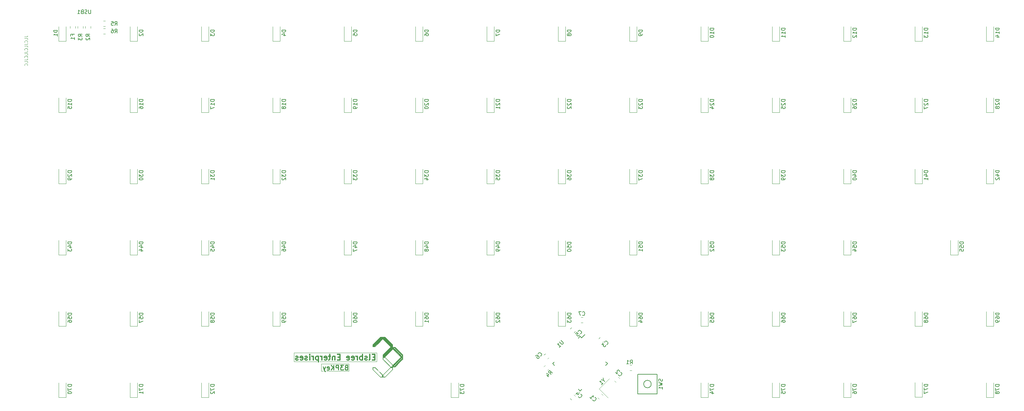
<source format=gbr>
G04 #@! TF.GenerationSoftware,KiCad,Pcbnew,(5.1.4)-1*
G04 #@! TF.CreationDate,2020-08-23T18:06:49-07:00*
G04 #@! TF.ProjectId,B3PKey,4233504b-6579-42e6-9b69-6361645f7063,1*
G04 #@! TF.SameCoordinates,Original*
G04 #@! TF.FileFunction,Legend,Bot*
G04 #@! TF.FilePolarity,Positive*
%FSLAX46Y46*%
G04 Gerber Fmt 4.6, Leading zero omitted, Abs format (unit mm)*
G04 Created by KiCad (PCBNEW (5.1.4)-1) date 2020-08-23 18:06:49*
%MOMM*%
%LPD*%
G04 APERTURE LIST*
%ADD10C,0.120000*%
%ADD11C,0.254000*%
%ADD12C,0.300000*%
%ADD13C,0.100000*%
%ADD14C,0.010000*%
%ADD15C,0.150000*%
G04 APERTURE END LIST*
D10*
X168571552Y-182211042D02*
X168571552Y-184116042D01*
X161205552Y-184116043D02*
X161713552Y-184116042D01*
X161205552Y-182211042D02*
X161205552Y-184116043D01*
X168571552Y-182211042D02*
X161205552Y-182211042D01*
X168571552Y-184116042D02*
X162602552Y-184116042D01*
D11*
X167827694Y-183136327D02*
X167646266Y-183196803D01*
X167585790Y-183257280D01*
X167525313Y-183378232D01*
X167525313Y-183559661D01*
X167585790Y-183680613D01*
X167646266Y-183741089D01*
X167767218Y-183801565D01*
X168251028Y-183801565D01*
X168251028Y-182531565D01*
X167827694Y-182531565D01*
X167706742Y-182592042D01*
X167646266Y-182652518D01*
X167585790Y-182773470D01*
X167585790Y-182894422D01*
X167646266Y-183015375D01*
X167706742Y-183075851D01*
X167827694Y-183136327D01*
X168251028Y-183136327D01*
X167101980Y-182531565D02*
X166315790Y-182531565D01*
X166739123Y-183015375D01*
X166557694Y-183015375D01*
X166436742Y-183075851D01*
X166376266Y-183136327D01*
X166315790Y-183257280D01*
X166315790Y-183559661D01*
X166376266Y-183680613D01*
X166436742Y-183741089D01*
X166557694Y-183801565D01*
X166920552Y-183801565D01*
X167041504Y-183741089D01*
X167101980Y-183680613D01*
X165771504Y-183801565D02*
X165771504Y-182531565D01*
X165287694Y-182531565D01*
X165166742Y-182592042D01*
X165106266Y-182652518D01*
X165045790Y-182773470D01*
X165045790Y-182954899D01*
X165106266Y-183075851D01*
X165166742Y-183136327D01*
X165287694Y-183196803D01*
X165771504Y-183196803D01*
X164501504Y-183801565D02*
X164501504Y-182531565D01*
X163775790Y-183801565D02*
X164320075Y-183075851D01*
X163775790Y-182531565D02*
X164501504Y-183257280D01*
X162747694Y-183741089D02*
X162868647Y-183801565D01*
X163110552Y-183801565D01*
X163231504Y-183741089D01*
X163291980Y-183620137D01*
X163291980Y-183136327D01*
X163231504Y-183015375D01*
X163110552Y-182954899D01*
X162868647Y-182954899D01*
X162747694Y-183015375D01*
X162687218Y-183136327D01*
X162687218Y-183257280D01*
X163291980Y-183378232D01*
X162263885Y-182954899D02*
X161961504Y-183801565D01*
X161659123Y-182954899D02*
X161961504Y-183801565D01*
X162082456Y-184103946D01*
X162142932Y-184164422D01*
X162263885Y-184224899D01*
D10*
X176020332Y-181609309D02*
X160780332Y-181609308D01*
X176020332Y-179196308D02*
X176020332Y-181609309D01*
X153922331Y-181609309D02*
X160018332Y-181609309D01*
X153922331Y-179196308D02*
X153922331Y-181609309D01*
X176020332Y-179196308D02*
X153922331Y-179196308D01*
D12*
X175542760Y-180359166D02*
X175042760Y-180359166D01*
X174828474Y-181144880D02*
X175542760Y-181144880D01*
X175542760Y-179644880D01*
X174828474Y-179644880D01*
X173971332Y-181144880D02*
X174114189Y-181073451D01*
X174185617Y-180930594D01*
X174185617Y-179644880D01*
X173471332Y-181073451D02*
X173328474Y-181144880D01*
X173042760Y-181144880D01*
X172899903Y-181073451D01*
X172828474Y-180930594D01*
X172828474Y-180859166D01*
X172899903Y-180716309D01*
X173042760Y-180644880D01*
X173257046Y-180644880D01*
X173399903Y-180573451D01*
X173471332Y-180430594D01*
X173471332Y-180359166D01*
X173399903Y-180216309D01*
X173257046Y-180144880D01*
X173042760Y-180144880D01*
X172899903Y-180216309D01*
X172185617Y-181144880D02*
X172185617Y-179644880D01*
X172185617Y-180216309D02*
X172042760Y-180144880D01*
X171757046Y-180144880D01*
X171614189Y-180216309D01*
X171542760Y-180287737D01*
X171471332Y-180430594D01*
X171471332Y-180859166D01*
X171542760Y-181002023D01*
X171614189Y-181073451D01*
X171757046Y-181144880D01*
X172042760Y-181144880D01*
X172185617Y-181073451D01*
X170828474Y-181144880D02*
X170828474Y-180144880D01*
X170828474Y-180430594D02*
X170757046Y-180287737D01*
X170685617Y-180216309D01*
X170542760Y-180144880D01*
X170399903Y-180144880D01*
X169328474Y-181073451D02*
X169471332Y-181144880D01*
X169757046Y-181144880D01*
X169899903Y-181073451D01*
X169971332Y-180930594D01*
X169971332Y-180359166D01*
X169899903Y-180216309D01*
X169757046Y-180144880D01*
X169471332Y-180144880D01*
X169328474Y-180216309D01*
X169257046Y-180359166D01*
X169257046Y-180502023D01*
X169971332Y-180644880D01*
X168042760Y-181073451D02*
X168185617Y-181144880D01*
X168471332Y-181144880D01*
X168614189Y-181073451D01*
X168685617Y-180930594D01*
X168685617Y-180359166D01*
X168614189Y-180216309D01*
X168471332Y-180144880D01*
X168185617Y-180144880D01*
X168042760Y-180216309D01*
X167971332Y-180359166D01*
X167971332Y-180502023D01*
X168685617Y-180644880D01*
X166185617Y-180359166D02*
X165685617Y-180359166D01*
X165471332Y-181144880D02*
X166185617Y-181144880D01*
X166185617Y-179644880D01*
X165471332Y-179644880D01*
X164828474Y-180144880D02*
X164828474Y-181144880D01*
X164828474Y-180287737D02*
X164757046Y-180216309D01*
X164614189Y-180144880D01*
X164399903Y-180144880D01*
X164257046Y-180216309D01*
X164185617Y-180359166D01*
X164185617Y-181144880D01*
X163685617Y-180144880D02*
X163114189Y-180144880D01*
X163471332Y-179644880D02*
X163471332Y-180930594D01*
X163399903Y-181073451D01*
X163257046Y-181144880D01*
X163114189Y-181144880D01*
X162042760Y-181073451D02*
X162185617Y-181144880D01*
X162471332Y-181144880D01*
X162614189Y-181073451D01*
X162685617Y-180930594D01*
X162685617Y-180359166D01*
X162614189Y-180216309D01*
X162471332Y-180144880D01*
X162185617Y-180144880D01*
X162042760Y-180216309D01*
X161971332Y-180359166D01*
X161971332Y-180502023D01*
X162685617Y-180644880D01*
X161328474Y-181144880D02*
X161328474Y-180144880D01*
X161328474Y-180430594D02*
X161257046Y-180287737D01*
X161185617Y-180216309D01*
X161042760Y-180144880D01*
X160899903Y-180144880D01*
X160399903Y-180144880D02*
X160399903Y-181644880D01*
X160399903Y-180216309D02*
X160257046Y-180144880D01*
X159971332Y-180144880D01*
X159828474Y-180216309D01*
X159757046Y-180287737D01*
X159685617Y-180430594D01*
X159685617Y-180859166D01*
X159757046Y-181002023D01*
X159828474Y-181073451D01*
X159971332Y-181144880D01*
X160257046Y-181144880D01*
X160399903Y-181073451D01*
X159042760Y-181144880D02*
X159042760Y-180144880D01*
X159042760Y-180430594D02*
X158971332Y-180287737D01*
X158899903Y-180216309D01*
X158757046Y-180144880D01*
X158614189Y-180144880D01*
X158114189Y-181144880D02*
X158114189Y-180144880D01*
X158114189Y-179644880D02*
X158185617Y-179716309D01*
X158114189Y-179787737D01*
X158042760Y-179716309D01*
X158114189Y-179644880D01*
X158114189Y-179787737D01*
X157471332Y-181073451D02*
X157328474Y-181144880D01*
X157042760Y-181144880D01*
X156899903Y-181073451D01*
X156828474Y-180930594D01*
X156828474Y-180859166D01*
X156899903Y-180716309D01*
X157042760Y-180644880D01*
X157257046Y-180644880D01*
X157399903Y-180573451D01*
X157471332Y-180430594D01*
X157471332Y-180359166D01*
X157399903Y-180216309D01*
X157257046Y-180144880D01*
X157042760Y-180144880D01*
X156899903Y-180216309D01*
X155614189Y-181073451D02*
X155757046Y-181144880D01*
X156042760Y-181144880D01*
X156185617Y-181073451D01*
X156257046Y-180930594D01*
X156257046Y-180359166D01*
X156185617Y-180216309D01*
X156042760Y-180144880D01*
X155757046Y-180144880D01*
X155614189Y-180216309D01*
X155542760Y-180359166D01*
X155542760Y-180502023D01*
X156257046Y-180644880D01*
X154971332Y-181073451D02*
X154828474Y-181144880D01*
X154542760Y-181144880D01*
X154399903Y-181073451D01*
X154328474Y-180930594D01*
X154328474Y-180859166D01*
X154399903Y-180716309D01*
X154542760Y-180644880D01*
X154757046Y-180644880D01*
X154899903Y-180573451D01*
X154971332Y-180430594D01*
X154971332Y-180359166D01*
X154899903Y-180216309D01*
X154757046Y-180144880D01*
X154542760Y-180144880D01*
X154399903Y-180216309D01*
D13*
X81984904Y-94729761D02*
X82556333Y-94729761D01*
X82670619Y-94691666D01*
X82746809Y-94615476D01*
X82784904Y-94501190D01*
X82784904Y-94425000D01*
X82784904Y-95491666D02*
X82784904Y-95110714D01*
X81984904Y-95110714D01*
X82708714Y-96215476D02*
X82746809Y-96177380D01*
X82784904Y-96063095D01*
X82784904Y-95986904D01*
X82746809Y-95872619D01*
X82670619Y-95796428D01*
X82594428Y-95758333D01*
X82442047Y-95720238D01*
X82327761Y-95720238D01*
X82175380Y-95758333D01*
X82099190Y-95796428D01*
X82023000Y-95872619D01*
X81984904Y-95986904D01*
X81984904Y-96063095D01*
X82023000Y-96177380D01*
X82061095Y-96215476D01*
X81984904Y-96786904D02*
X82556333Y-96786904D01*
X82670619Y-96748809D01*
X82746809Y-96672619D01*
X82784904Y-96558333D01*
X82784904Y-96482142D01*
X82784904Y-97548809D02*
X82784904Y-97167857D01*
X81984904Y-97167857D01*
X82708714Y-98272619D02*
X82746809Y-98234523D01*
X82784904Y-98120238D01*
X82784904Y-98044047D01*
X82746809Y-97929761D01*
X82670619Y-97853571D01*
X82594428Y-97815476D01*
X82442047Y-97777380D01*
X82327761Y-97777380D01*
X82175380Y-97815476D01*
X82099190Y-97853571D01*
X82023000Y-97929761D01*
X81984904Y-98044047D01*
X81984904Y-98120238D01*
X82023000Y-98234523D01*
X82061095Y-98272619D01*
X81984904Y-98844047D02*
X82556333Y-98844047D01*
X82670619Y-98805952D01*
X82746809Y-98729761D01*
X82784904Y-98615476D01*
X82784904Y-98539285D01*
X82784904Y-99605952D02*
X82784904Y-99225000D01*
X81984904Y-99225000D01*
X82708714Y-100329761D02*
X82746809Y-100291666D01*
X82784904Y-100177380D01*
X82784904Y-100101190D01*
X82746809Y-99986904D01*
X82670619Y-99910714D01*
X82594428Y-99872619D01*
X82442047Y-99834523D01*
X82327761Y-99834523D01*
X82175380Y-99872619D01*
X82099190Y-99910714D01*
X82023000Y-99986904D01*
X81984904Y-100101190D01*
X81984904Y-100177380D01*
X82023000Y-100291666D01*
X82061095Y-100329761D01*
X81984904Y-100901190D02*
X82556333Y-100901190D01*
X82670619Y-100863095D01*
X82746809Y-100786904D01*
X82784904Y-100672619D01*
X82784904Y-100596428D01*
X82784904Y-101663095D02*
X82784904Y-101282142D01*
X81984904Y-101282142D01*
X82708714Y-102386904D02*
X82746809Y-102348809D01*
X82784904Y-102234523D01*
X82784904Y-102158333D01*
X82746809Y-102044047D01*
X82670619Y-101967857D01*
X82594428Y-101929761D01*
X82442047Y-101891666D01*
X82327761Y-101891666D01*
X82175380Y-101929761D01*
X82099190Y-101967857D01*
X82023000Y-102044047D01*
X81984904Y-102158333D01*
X81984904Y-102234523D01*
X82023000Y-102348809D01*
X82061095Y-102386904D01*
D14*
G36*
X175945499Y-175986568D02*
G01*
X174939271Y-176992967D01*
X174939271Y-177584746D01*
X175552919Y-177584746D01*
X177543847Y-175593472D01*
X177543847Y-174980170D01*
X176951726Y-174980170D01*
X175945499Y-175986568D01*
X175945499Y-175986568D01*
G37*
X175945499Y-175986568D02*
X174939271Y-176992967D01*
X174939271Y-177584746D01*
X175552919Y-177584746D01*
X177543847Y-175593472D01*
X177543847Y-174980170D01*
X176951726Y-174980170D01*
X175945499Y-175986568D01*
G36*
X177629949Y-175572290D02*
G01*
X178636347Y-176578518D01*
X179642746Y-177584746D01*
X180256051Y-177584746D01*
X180256051Y-176992625D01*
X179249652Y-175986397D01*
X178243253Y-174980170D01*
X177629949Y-174980170D01*
X177629949Y-175572290D01*
X177629949Y-175572290D01*
G37*
X177629949Y-175572290D02*
X178636347Y-176578518D01*
X179642746Y-177584746D01*
X180256051Y-177584746D01*
X180256051Y-176992625D01*
X179249652Y-175986397D01*
X178243253Y-174980170D01*
X177629949Y-174980170D01*
X177629949Y-175572290D01*
G36*
X178646368Y-178688255D02*
G01*
X177628635Y-179706483D01*
X177634673Y-179996335D01*
X177640712Y-180286186D01*
X177942067Y-180291969D01*
X178243423Y-180297751D01*
X179250375Y-179290314D01*
X180257326Y-178282876D01*
X180245288Y-177681610D01*
X179954695Y-177675819D01*
X179664101Y-177670028D01*
X178646368Y-178688255D01*
X178646368Y-178688255D01*
G37*
X178646368Y-178688255D02*
X177628635Y-179706483D01*
X177634673Y-179996335D01*
X177640712Y-180286186D01*
X177942067Y-180291969D01*
X178243423Y-180297751D01*
X179250375Y-179290314D01*
X180257326Y-178282876D01*
X180245288Y-177681610D01*
X179954695Y-177675819D01*
X179664101Y-177670028D01*
X178646368Y-178688255D01*
G36*
X180342152Y-178262967D02*
G01*
X181359313Y-179279958D01*
X182376473Y-180296949D01*
X182946728Y-180296949D01*
X182946728Y-180017119D01*
X182882152Y-180017119D01*
X182882152Y-180210847D01*
X182688423Y-180210847D01*
X182688423Y-180017119D01*
X182430118Y-180017119D01*
X182430118Y-180113983D01*
X182424278Y-180182613D01*
X182406680Y-180210207D01*
X182402312Y-180210847D01*
X182373597Y-180196420D01*
X182326673Y-180158864D01*
X182279440Y-180113983D01*
X182184375Y-180017119D01*
X182430118Y-180017119D01*
X182430118Y-179758814D01*
X182688423Y-179758814D01*
X182688423Y-180017119D01*
X182882152Y-180017119D01*
X182946728Y-180017119D01*
X182946728Y-179741770D01*
X182882152Y-179741770D01*
X182862905Y-179751936D01*
X182814209Y-179758033D01*
X182785288Y-179758814D01*
X182688423Y-179758814D01*
X182688423Y-179534596D01*
X182785288Y-179629661D01*
X182835720Y-179681666D01*
X182870755Y-179722588D01*
X182882152Y-179741770D01*
X182946728Y-179741770D01*
X182946728Y-179704828D01*
X182731610Y-179489746D01*
X182647401Y-179489746D01*
X182538760Y-179496252D01*
X182430118Y-179502758D01*
X182430118Y-179758814D01*
X182171813Y-179758814D01*
X182171813Y-180004885D01*
X182052504Y-179887231D01*
X181933195Y-179769576D01*
X182052504Y-179763121D01*
X182171813Y-179756665D01*
X182171813Y-179500508D01*
X182430118Y-179500508D01*
X182430118Y-179276110D01*
X182538760Y-179382928D01*
X182647401Y-179489746D01*
X182731610Y-179489746D01*
X182473261Y-179231441D01*
X182389096Y-179231441D01*
X182280455Y-179237947D01*
X182171813Y-179244453D01*
X182171813Y-179500508D01*
X181913508Y-179500508D01*
X181913508Y-179746580D01*
X181794199Y-179628926D01*
X181674890Y-179511271D01*
X181794199Y-179504816D01*
X181913508Y-179498360D01*
X181913508Y-179242203D01*
X182171813Y-179242203D01*
X182171813Y-179017805D01*
X182280455Y-179124623D01*
X182389096Y-179231441D01*
X182473261Y-179231441D01*
X182214912Y-178973136D01*
X182130791Y-178973136D01*
X182022149Y-178979642D01*
X181913508Y-178986148D01*
X181913508Y-179242203D01*
X181655203Y-179242203D01*
X181655203Y-179488275D01*
X181535894Y-179370621D01*
X181416585Y-179252966D01*
X181535894Y-179246511D01*
X181655203Y-179240055D01*
X181655203Y-178983898D01*
X181913508Y-178983898D01*
X181913508Y-178759500D01*
X182022149Y-178866318D01*
X182130791Y-178973136D01*
X182214912Y-178973136D01*
X181956563Y-178714831D01*
X181872486Y-178714831D01*
X181763844Y-178721337D01*
X181655203Y-178727843D01*
X181655203Y-178983898D01*
X181399046Y-178983898D01*
X181392591Y-179103208D01*
X181386135Y-179222517D01*
X181268481Y-179103208D01*
X181150826Y-178983898D01*
X181396898Y-178983898D01*
X181396898Y-178725593D01*
X181655203Y-178725593D01*
X181655203Y-178501195D01*
X181763844Y-178608013D01*
X181872486Y-178714831D01*
X181956563Y-178714831D01*
X181940330Y-178698601D01*
X181698213Y-178456525D01*
X181614181Y-178456525D01*
X181505539Y-178463032D01*
X181396898Y-178469538D01*
X181396898Y-178725593D01*
X181138593Y-178725593D01*
X181138593Y-178971665D01*
X181019284Y-178854010D01*
X180899974Y-178736356D01*
X181019284Y-178729900D01*
X181138593Y-178723445D01*
X181138593Y-178467288D01*
X181396898Y-178467288D01*
X181396898Y-178242890D01*
X181505539Y-178349707D01*
X181614181Y-178456525D01*
X181698213Y-178456525D01*
X181439865Y-178198220D01*
X181355875Y-178198220D01*
X181247234Y-178204727D01*
X181138593Y-178211233D01*
X181138593Y-178467288D01*
X180882436Y-178467288D01*
X180875981Y-178586597D01*
X180869525Y-178705907D01*
X180751871Y-178586597D01*
X180634216Y-178467288D01*
X180880288Y-178467288D01*
X180880288Y-178208983D01*
X180621983Y-178208983D01*
X180621983Y-178454726D01*
X180525118Y-178359661D01*
X180474414Y-178305757D01*
X180439350Y-178260563D01*
X180428254Y-178236789D01*
X180448598Y-178217088D01*
X180509904Y-178209167D01*
X180525118Y-178208983D01*
X180621983Y-178208983D01*
X180621983Y-177950678D01*
X180880288Y-177950678D01*
X180880288Y-178208983D01*
X181138593Y-178208983D01*
X181138593Y-177984584D01*
X181355875Y-178198220D01*
X181439865Y-178198220D01*
X181192281Y-177950678D01*
X181104506Y-177950678D01*
X180880288Y-177950678D01*
X180880288Y-177853814D01*
X180883674Y-177796035D01*
X180892243Y-177761385D01*
X180897331Y-177756949D01*
X180621983Y-177756949D01*
X180621983Y-177950678D01*
X180428254Y-177950678D01*
X180428254Y-177756949D01*
X180621983Y-177756949D01*
X180897331Y-177756949D01*
X180920200Y-177771209D01*
X180962832Y-177808366D01*
X181009440Y-177853814D01*
X181104506Y-177950678D01*
X181192281Y-177950678D01*
X180933931Y-177692373D01*
X180342152Y-177692373D01*
X180342152Y-178262967D01*
X180342152Y-178262967D01*
G37*
X180342152Y-178262967D02*
X181359313Y-179279958D01*
X182376473Y-180296949D01*
X182946728Y-180296949D01*
X182946728Y-180017119D01*
X182882152Y-180017119D01*
X182882152Y-180210847D01*
X182688423Y-180210847D01*
X182688423Y-180017119D01*
X182430118Y-180017119D01*
X182430118Y-180113983D01*
X182424278Y-180182613D01*
X182406680Y-180210207D01*
X182402312Y-180210847D01*
X182373597Y-180196420D01*
X182326673Y-180158864D01*
X182279440Y-180113983D01*
X182184375Y-180017119D01*
X182430118Y-180017119D01*
X182430118Y-179758814D01*
X182688423Y-179758814D01*
X182688423Y-180017119D01*
X182882152Y-180017119D01*
X182946728Y-180017119D01*
X182946728Y-179741770D01*
X182882152Y-179741770D01*
X182862905Y-179751936D01*
X182814209Y-179758033D01*
X182785288Y-179758814D01*
X182688423Y-179758814D01*
X182688423Y-179534596D01*
X182785288Y-179629661D01*
X182835720Y-179681666D01*
X182870755Y-179722588D01*
X182882152Y-179741770D01*
X182946728Y-179741770D01*
X182946728Y-179704828D01*
X182731610Y-179489746D01*
X182647401Y-179489746D01*
X182538760Y-179496252D01*
X182430118Y-179502758D01*
X182430118Y-179758814D01*
X182171813Y-179758814D01*
X182171813Y-180004885D01*
X182052504Y-179887231D01*
X181933195Y-179769576D01*
X182052504Y-179763121D01*
X182171813Y-179756665D01*
X182171813Y-179500508D01*
X182430118Y-179500508D01*
X182430118Y-179276110D01*
X182538760Y-179382928D01*
X182647401Y-179489746D01*
X182731610Y-179489746D01*
X182473261Y-179231441D01*
X182389096Y-179231441D01*
X182280455Y-179237947D01*
X182171813Y-179244453D01*
X182171813Y-179500508D01*
X181913508Y-179500508D01*
X181913508Y-179746580D01*
X181794199Y-179628926D01*
X181674890Y-179511271D01*
X181794199Y-179504816D01*
X181913508Y-179498360D01*
X181913508Y-179242203D01*
X182171813Y-179242203D01*
X182171813Y-179017805D01*
X182280455Y-179124623D01*
X182389096Y-179231441D01*
X182473261Y-179231441D01*
X182214912Y-178973136D01*
X182130791Y-178973136D01*
X182022149Y-178979642D01*
X181913508Y-178986148D01*
X181913508Y-179242203D01*
X181655203Y-179242203D01*
X181655203Y-179488275D01*
X181535894Y-179370621D01*
X181416585Y-179252966D01*
X181535894Y-179246511D01*
X181655203Y-179240055D01*
X181655203Y-178983898D01*
X181913508Y-178983898D01*
X181913508Y-178759500D01*
X182022149Y-178866318D01*
X182130791Y-178973136D01*
X182214912Y-178973136D01*
X181956563Y-178714831D01*
X181872486Y-178714831D01*
X181763844Y-178721337D01*
X181655203Y-178727843D01*
X181655203Y-178983898D01*
X181399046Y-178983898D01*
X181392591Y-179103208D01*
X181386135Y-179222517D01*
X181268481Y-179103208D01*
X181150826Y-178983898D01*
X181396898Y-178983898D01*
X181396898Y-178725593D01*
X181655203Y-178725593D01*
X181655203Y-178501195D01*
X181763844Y-178608013D01*
X181872486Y-178714831D01*
X181956563Y-178714831D01*
X181940330Y-178698601D01*
X181698213Y-178456525D01*
X181614181Y-178456525D01*
X181505539Y-178463032D01*
X181396898Y-178469538D01*
X181396898Y-178725593D01*
X181138593Y-178725593D01*
X181138593Y-178971665D01*
X181019284Y-178854010D01*
X180899974Y-178736356D01*
X181019284Y-178729900D01*
X181138593Y-178723445D01*
X181138593Y-178467288D01*
X181396898Y-178467288D01*
X181396898Y-178242890D01*
X181505539Y-178349707D01*
X181614181Y-178456525D01*
X181698213Y-178456525D01*
X181439865Y-178198220D01*
X181355875Y-178198220D01*
X181247234Y-178204727D01*
X181138593Y-178211233D01*
X181138593Y-178467288D01*
X180882436Y-178467288D01*
X180875981Y-178586597D01*
X180869525Y-178705907D01*
X180751871Y-178586597D01*
X180634216Y-178467288D01*
X180880288Y-178467288D01*
X180880288Y-178208983D01*
X180621983Y-178208983D01*
X180621983Y-178454726D01*
X180525118Y-178359661D01*
X180474414Y-178305757D01*
X180439350Y-178260563D01*
X180428254Y-178236789D01*
X180448598Y-178217088D01*
X180509904Y-178209167D01*
X180525118Y-178208983D01*
X180621983Y-178208983D01*
X180621983Y-177950678D01*
X180880288Y-177950678D01*
X180880288Y-178208983D01*
X181138593Y-178208983D01*
X181138593Y-177984584D01*
X181355875Y-178198220D01*
X181439865Y-178198220D01*
X181192281Y-177950678D01*
X181104506Y-177950678D01*
X180880288Y-177950678D01*
X180880288Y-177853814D01*
X180883674Y-177796035D01*
X180892243Y-177761385D01*
X180897331Y-177756949D01*
X180621983Y-177756949D01*
X180621983Y-177950678D01*
X180428254Y-177950678D01*
X180428254Y-177756949D01*
X180621983Y-177756949D01*
X180897331Y-177756949D01*
X180920200Y-177771209D01*
X180962832Y-177808366D01*
X181009440Y-177853814D01*
X181104506Y-177950678D01*
X181192281Y-177950678D01*
X180933931Y-177692373D01*
X180342152Y-177692373D01*
X180342152Y-178262967D01*
G36*
X181359144Y-181400211D02*
G01*
X180342152Y-182417372D01*
X180342152Y-182987627D01*
X180934273Y-182987627D01*
X181192534Y-182729322D01*
X181104506Y-182729322D01*
X181009440Y-182826186D01*
X180957436Y-182876619D01*
X180916514Y-182911653D01*
X180897331Y-182923051D01*
X180887165Y-182903803D01*
X180881068Y-182855108D01*
X180880288Y-182826186D01*
X180880288Y-182729322D01*
X181104506Y-182729322D01*
X181192534Y-182729322D01*
X181450795Y-182471017D01*
X181362991Y-182471017D01*
X181256174Y-182579658D01*
X181149356Y-182688300D01*
X181142849Y-182579658D01*
X181136343Y-182471017D01*
X180880288Y-182471017D01*
X180880288Y-182729322D01*
X180621983Y-182729322D01*
X180621983Y-182923051D01*
X180428254Y-182923051D01*
X180428254Y-182729322D01*
X180621983Y-182729322D01*
X180621983Y-182471017D01*
X180880288Y-182471017D01*
X180880288Y-182225274D01*
X180621983Y-182225274D01*
X180621983Y-182471017D01*
X180525118Y-182471017D01*
X180456489Y-182465177D01*
X180428895Y-182447578D01*
X180428254Y-182443211D01*
X180442682Y-182414495D01*
X180480238Y-182367571D01*
X180525118Y-182320339D01*
X180621983Y-182225274D01*
X180880288Y-182225274D01*
X180880288Y-182212712D01*
X180634216Y-182212712D01*
X180751871Y-182093403D01*
X180869525Y-181974093D01*
X180875981Y-182093403D01*
X180882436Y-182212712D01*
X181138593Y-182212712D01*
X181138593Y-182471017D01*
X181362991Y-182471017D01*
X181450795Y-182471017D01*
X181709057Y-182212712D01*
X181621297Y-182212712D01*
X181407661Y-182429994D01*
X181401154Y-182321353D01*
X181394648Y-182212712D01*
X181138593Y-182212712D01*
X181138593Y-181954407D01*
X180892521Y-181954407D01*
X181010176Y-181835098D01*
X181127830Y-181715788D01*
X181134286Y-181835098D01*
X181140741Y-181954407D01*
X181396898Y-181954407D01*
X181396898Y-182212712D01*
X181621297Y-182212712D01*
X181709057Y-182212712D01*
X181940501Y-181981229D01*
X181967318Y-181954407D01*
X181879602Y-181954407D01*
X181665966Y-182171689D01*
X181659460Y-182063048D01*
X181652953Y-181954407D01*
X181396898Y-181954407D01*
X181396898Y-181696102D01*
X181150826Y-181696102D01*
X181268481Y-181576792D01*
X181386135Y-181457483D01*
X181392591Y-181576792D01*
X181399046Y-181696102D01*
X181655203Y-181696102D01*
X181655203Y-181954407D01*
X181879602Y-181954407D01*
X181967318Y-181954407D01*
X182225578Y-181696102D01*
X182137907Y-181696102D01*
X181924271Y-181913384D01*
X181917765Y-181804743D01*
X181911258Y-181696102D01*
X181655203Y-181696102D01*
X181655203Y-181437797D01*
X181409131Y-181437797D01*
X181526786Y-181318487D01*
X181644440Y-181199178D01*
X181650896Y-181318487D01*
X181657351Y-181437797D01*
X181913508Y-181437797D01*
X181913508Y-181696102D01*
X182137907Y-181696102D01*
X182225578Y-181696102D01*
X182483839Y-181437797D01*
X182396212Y-181437797D01*
X182182576Y-181655079D01*
X182176070Y-181546438D01*
X182169563Y-181437797D01*
X181913508Y-181437797D01*
X181913508Y-181179492D01*
X181667436Y-181179492D01*
X181785091Y-181060182D01*
X181902745Y-180940873D01*
X181909201Y-181060182D01*
X181915657Y-181179492D01*
X182171813Y-181179492D01*
X182171813Y-181437797D01*
X182396212Y-181437797D01*
X182483839Y-181437797D01*
X182731340Y-181190254D01*
X182647401Y-181190254D01*
X182538760Y-181297072D01*
X182430118Y-181403890D01*
X182430118Y-181179492D01*
X182171813Y-181179492D01*
X182171813Y-180923335D01*
X182052504Y-180916879D01*
X181933195Y-180910424D01*
X182052504Y-180792769D01*
X182171813Y-180675115D01*
X182171813Y-180921186D01*
X182430118Y-180921186D01*
X182430118Y-181177242D01*
X182538760Y-181183748D01*
X182647401Y-181190254D01*
X182731340Y-181190254D01*
X182946728Y-180974830D01*
X182946728Y-180938230D01*
X182882152Y-180938230D01*
X182867892Y-180961099D01*
X182830735Y-181003730D01*
X182785288Y-181050339D01*
X182688423Y-181145404D01*
X182688423Y-180921186D01*
X182785288Y-180921186D01*
X182843066Y-180924573D01*
X182877716Y-180933141D01*
X182882152Y-180938230D01*
X182946728Y-180938230D01*
X182946728Y-180469153D01*
X182882152Y-180469153D01*
X182882152Y-180662881D01*
X182688423Y-180662881D01*
X182688423Y-180921186D01*
X182430118Y-180921186D01*
X182430118Y-180662881D01*
X182688423Y-180662881D01*
X182688423Y-180566017D01*
X182430118Y-180566017D01*
X182430118Y-180662881D01*
X182184375Y-180662881D01*
X182279440Y-180566017D01*
X182333345Y-180515313D01*
X182378538Y-180480249D01*
X182402312Y-180469153D01*
X182422013Y-180489496D01*
X182429934Y-180550802D01*
X182430118Y-180566017D01*
X182688423Y-180566017D01*
X182688423Y-180469153D01*
X182882152Y-180469153D01*
X182946728Y-180469153D01*
X182946728Y-180383051D01*
X182376135Y-180383051D01*
X181359144Y-181400211D01*
X181359144Y-181400211D01*
G37*
X181359144Y-181400211D02*
X180342152Y-182417372D01*
X180342152Y-182987627D01*
X180934273Y-182987627D01*
X181192534Y-182729322D01*
X181104506Y-182729322D01*
X181009440Y-182826186D01*
X180957436Y-182876619D01*
X180916514Y-182911653D01*
X180897331Y-182923051D01*
X180887165Y-182903803D01*
X180881068Y-182855108D01*
X180880288Y-182826186D01*
X180880288Y-182729322D01*
X181104506Y-182729322D01*
X181192534Y-182729322D01*
X181450795Y-182471017D01*
X181362991Y-182471017D01*
X181256174Y-182579658D01*
X181149356Y-182688300D01*
X181142849Y-182579658D01*
X181136343Y-182471017D01*
X180880288Y-182471017D01*
X180880288Y-182729322D01*
X180621983Y-182729322D01*
X180621983Y-182923051D01*
X180428254Y-182923051D01*
X180428254Y-182729322D01*
X180621983Y-182729322D01*
X180621983Y-182471017D01*
X180880288Y-182471017D01*
X180880288Y-182225274D01*
X180621983Y-182225274D01*
X180621983Y-182471017D01*
X180525118Y-182471017D01*
X180456489Y-182465177D01*
X180428895Y-182447578D01*
X180428254Y-182443211D01*
X180442682Y-182414495D01*
X180480238Y-182367571D01*
X180525118Y-182320339D01*
X180621983Y-182225274D01*
X180880288Y-182225274D01*
X180880288Y-182212712D01*
X180634216Y-182212712D01*
X180751871Y-182093403D01*
X180869525Y-181974093D01*
X180875981Y-182093403D01*
X180882436Y-182212712D01*
X181138593Y-182212712D01*
X181138593Y-182471017D01*
X181362991Y-182471017D01*
X181450795Y-182471017D01*
X181709057Y-182212712D01*
X181621297Y-182212712D01*
X181407661Y-182429994D01*
X181401154Y-182321353D01*
X181394648Y-182212712D01*
X181138593Y-182212712D01*
X181138593Y-181954407D01*
X180892521Y-181954407D01*
X181010176Y-181835098D01*
X181127830Y-181715788D01*
X181134286Y-181835098D01*
X181140741Y-181954407D01*
X181396898Y-181954407D01*
X181396898Y-182212712D01*
X181621297Y-182212712D01*
X181709057Y-182212712D01*
X181940501Y-181981229D01*
X181967318Y-181954407D01*
X181879602Y-181954407D01*
X181665966Y-182171689D01*
X181659460Y-182063048D01*
X181652953Y-181954407D01*
X181396898Y-181954407D01*
X181396898Y-181696102D01*
X181150826Y-181696102D01*
X181268481Y-181576792D01*
X181386135Y-181457483D01*
X181392591Y-181576792D01*
X181399046Y-181696102D01*
X181655203Y-181696102D01*
X181655203Y-181954407D01*
X181879602Y-181954407D01*
X181967318Y-181954407D01*
X182225578Y-181696102D01*
X182137907Y-181696102D01*
X181924271Y-181913384D01*
X181917765Y-181804743D01*
X181911258Y-181696102D01*
X181655203Y-181696102D01*
X181655203Y-181437797D01*
X181409131Y-181437797D01*
X181526786Y-181318487D01*
X181644440Y-181199178D01*
X181650896Y-181318487D01*
X181657351Y-181437797D01*
X181913508Y-181437797D01*
X181913508Y-181696102D01*
X182137907Y-181696102D01*
X182225578Y-181696102D01*
X182483839Y-181437797D01*
X182396212Y-181437797D01*
X182182576Y-181655079D01*
X182176070Y-181546438D01*
X182169563Y-181437797D01*
X181913508Y-181437797D01*
X181913508Y-181179492D01*
X181667436Y-181179492D01*
X181785091Y-181060182D01*
X181902745Y-180940873D01*
X181909201Y-181060182D01*
X181915657Y-181179492D01*
X182171813Y-181179492D01*
X182171813Y-181437797D01*
X182396212Y-181437797D01*
X182483839Y-181437797D01*
X182731340Y-181190254D01*
X182647401Y-181190254D01*
X182538760Y-181297072D01*
X182430118Y-181403890D01*
X182430118Y-181179492D01*
X182171813Y-181179492D01*
X182171813Y-180923335D01*
X182052504Y-180916879D01*
X181933195Y-180910424D01*
X182052504Y-180792769D01*
X182171813Y-180675115D01*
X182171813Y-180921186D01*
X182430118Y-180921186D01*
X182430118Y-181177242D01*
X182538760Y-181183748D01*
X182647401Y-181190254D01*
X182731340Y-181190254D01*
X182946728Y-180974830D01*
X182946728Y-180938230D01*
X182882152Y-180938230D01*
X182867892Y-180961099D01*
X182830735Y-181003730D01*
X182785288Y-181050339D01*
X182688423Y-181145404D01*
X182688423Y-180921186D01*
X182785288Y-180921186D01*
X182843066Y-180924573D01*
X182877716Y-180933141D01*
X182882152Y-180938230D01*
X182946728Y-180938230D01*
X182946728Y-180469153D01*
X182882152Y-180469153D01*
X182882152Y-180662881D01*
X182688423Y-180662881D01*
X182688423Y-180921186D01*
X182430118Y-180921186D01*
X182430118Y-180662881D01*
X182688423Y-180662881D01*
X182688423Y-180566017D01*
X182430118Y-180566017D01*
X182430118Y-180662881D01*
X182184375Y-180662881D01*
X182279440Y-180566017D01*
X182333345Y-180515313D01*
X182378538Y-180480249D01*
X182402312Y-180469153D01*
X182422013Y-180489496D01*
X182429934Y-180550802D01*
X182430118Y-180566017D01*
X182688423Y-180566017D01*
X182688423Y-180469153D01*
X182882152Y-180469153D01*
X182946728Y-180469153D01*
X182946728Y-180383051D01*
X182376135Y-180383051D01*
X181359144Y-181400211D01*
G36*
X177941345Y-180387794D02*
G01*
X177640712Y-180393814D01*
X177634673Y-180683665D01*
X177628635Y-180973517D01*
X179663931Y-183009153D01*
X179945641Y-183009153D01*
X180051705Y-183008112D01*
X180141795Y-183005267D01*
X180207398Y-183001029D01*
X180239997Y-182995811D01*
X180241700Y-182994802D01*
X180246957Y-182969109D01*
X180251349Y-182908704D01*
X180254486Y-182821925D01*
X180255980Y-182717109D01*
X180256051Y-182687979D01*
X180256051Y-182438553D01*
X180169949Y-182438553D01*
X180169949Y-182923051D01*
X179686150Y-182923051D01*
X178701100Y-181938001D01*
X177716051Y-180952951D01*
X177716051Y-180469153D01*
X178200199Y-180469153D01*
X180169949Y-182438553D01*
X180256051Y-182438553D01*
X180256051Y-182395506D01*
X179249014Y-181388641D01*
X178241978Y-180381775D01*
X177941345Y-180387794D01*
X177941345Y-180387794D01*
G37*
X177941345Y-180387794D02*
X177640712Y-180393814D01*
X177634673Y-180683665D01*
X177628635Y-180973517D01*
X179663931Y-183009153D01*
X179945641Y-183009153D01*
X180051705Y-183008112D01*
X180141795Y-183005267D01*
X180207398Y-183001029D01*
X180239997Y-182995811D01*
X180241700Y-182994802D01*
X180246957Y-182969109D01*
X180251349Y-182908704D01*
X180254486Y-182821925D01*
X180255980Y-182717109D01*
X180256051Y-182687979D01*
X180256051Y-182438553D01*
X180169949Y-182438553D01*
X180169949Y-182923051D01*
X179686150Y-182923051D01*
X178701100Y-181938001D01*
X177716051Y-180952951D01*
X177716051Y-180469153D01*
X178200199Y-180469153D01*
X180169949Y-182438553D01*
X180256051Y-182438553D01*
X180256051Y-182395506D01*
X179249014Y-181388641D01*
X178241978Y-180381775D01*
X177941345Y-180387794D01*
G36*
X174939271Y-183687375D02*
G01*
X175945669Y-184693603D01*
X176952068Y-185699831D01*
X177543847Y-185699831D01*
X177543847Y-185129229D01*
X177457745Y-185129229D01*
X177457745Y-185613729D01*
X176973599Y-185613729D01*
X175025373Y-183665855D01*
X175025373Y-183181356D01*
X175509519Y-183181356D01*
X176483632Y-184155293D01*
X177457745Y-185129229D01*
X177543847Y-185129229D01*
X177543847Y-185086182D01*
X176548210Y-184090718D01*
X175552574Y-183095254D01*
X174939271Y-183095254D01*
X174939271Y-183687375D01*
X174939271Y-183687375D01*
G37*
X174939271Y-183687375D02*
X175945669Y-184693603D01*
X176952068Y-185699831D01*
X177543847Y-185699831D01*
X177543847Y-185129229D01*
X177457745Y-185129229D01*
X177457745Y-185613729D01*
X176973599Y-185613729D01*
X175025373Y-183665855D01*
X175025373Y-183181356D01*
X175509519Y-183181356D01*
X176483632Y-184155293D01*
X177457745Y-185129229D01*
X177543847Y-185129229D01*
X177543847Y-185086182D01*
X176548210Y-184090718D01*
X175552574Y-183095254D01*
X174939271Y-183095254D01*
X174939271Y-183687375D01*
G36*
X178636177Y-184101653D02*
G01*
X177629949Y-185108051D01*
X177629949Y-185699831D01*
X178243595Y-185699831D01*
X180256051Y-183687033D01*
X180256051Y-183181356D01*
X180169949Y-183181356D01*
X180169949Y-183665502D01*
X179196012Y-184639616D01*
X178222075Y-185613729D01*
X177716051Y-185613729D01*
X177716051Y-185151106D01*
X179685451Y-183181356D01*
X180169949Y-183181356D01*
X180256051Y-183181356D01*
X180256051Y-183095254D01*
X179642404Y-183095254D01*
X178636177Y-184101653D01*
X178636177Y-184101653D01*
G37*
X178636177Y-184101653D02*
X177629949Y-185108051D01*
X177629949Y-185699831D01*
X178243595Y-185699831D01*
X180256051Y-183687033D01*
X180256051Y-183181356D01*
X180169949Y-183181356D01*
X180169949Y-183665502D01*
X179196012Y-184639616D01*
X178222075Y-185613729D01*
X177716051Y-185613729D01*
X177716051Y-185151106D01*
X179685451Y-183181356D01*
X180169949Y-183181356D01*
X180256051Y-183181356D01*
X180256051Y-183095254D01*
X179642404Y-183095254D01*
X178636177Y-184101653D01*
D10*
X93075000Y-95912500D02*
X93075000Y-92012500D01*
X91075000Y-95912500D02*
X91075000Y-92012500D01*
X93075000Y-95912500D02*
X91075000Y-95912500D01*
X236022617Y-190200064D02*
X236388301Y-190565748D01*
X235018525Y-191204156D02*
X235384209Y-191569840D01*
X103509578Y-93928000D02*
X102992422Y-93928000D01*
X103509578Y-92508000D02*
X102992422Y-92508000D01*
X103509578Y-91896000D02*
X102992422Y-91896000D01*
X103509578Y-90476000D02*
X102992422Y-90476000D01*
X220653797Y-182897268D02*
X221019481Y-182531584D01*
X221657889Y-183901360D02*
X222023573Y-183535676D01*
X96191000Y-92460578D02*
X96191000Y-91943422D01*
X97611000Y-92460578D02*
X97611000Y-91943422D01*
X98223000Y-92460578D02*
X98223000Y-91943422D01*
X99643000Y-92460578D02*
X99643000Y-91943422D01*
X244098578Y-183971000D02*
X243581422Y-183971000D01*
X244098578Y-182551000D02*
X243581422Y-182551000D01*
X94159000Y-92460578D02*
X94159000Y-91943422D01*
X95579000Y-92460578D02*
X95579000Y-91943422D01*
X197850000Y-191162500D02*
X197850000Y-187262500D01*
X195850000Y-191162500D02*
X195850000Y-187262500D01*
X197850000Y-191162500D02*
X195850000Y-191162500D01*
X340725000Y-191162500D02*
X340725000Y-187262500D01*
X338725000Y-191162500D02*
X338725000Y-187262500D01*
X340725000Y-191162500D02*
X338725000Y-191162500D01*
X321675000Y-191100000D02*
X321675000Y-187200000D01*
X319675000Y-191100000D02*
X319675000Y-187200000D01*
X321675000Y-191100000D02*
X319675000Y-191100000D01*
X302625000Y-191162500D02*
X302625000Y-187262500D01*
X300625000Y-191162500D02*
X300625000Y-187262500D01*
X302625000Y-191162500D02*
X300625000Y-191162500D01*
X283575000Y-191162500D02*
X283575000Y-187262500D01*
X281575000Y-191162500D02*
X281575000Y-187262500D01*
X283575000Y-191162500D02*
X281575000Y-191162500D01*
X264525000Y-191162500D02*
X264525000Y-187262500D01*
X262525000Y-191162500D02*
X262525000Y-187262500D01*
X264525000Y-191162500D02*
X262525000Y-191162500D01*
X131175000Y-191162500D02*
X131175000Y-187262500D01*
X129175000Y-191162500D02*
X129175000Y-187262500D01*
X131175000Y-191162500D02*
X129175000Y-191162500D01*
X112125000Y-191162500D02*
X112125000Y-187262500D01*
X110125000Y-191162500D02*
X110125000Y-187262500D01*
X112125000Y-191162500D02*
X110125000Y-191162500D01*
X93075000Y-191162500D02*
X93075000Y-187262500D01*
X91075000Y-191162500D02*
X91075000Y-187262500D01*
X93075000Y-191162500D02*
X91075000Y-191162500D01*
X340725000Y-172112500D02*
X340725000Y-168212500D01*
X338725000Y-172112500D02*
X338725000Y-168212500D01*
X340725000Y-172112500D02*
X338725000Y-172112500D01*
X321675000Y-172112500D02*
X321675000Y-168212500D01*
X319675000Y-172112500D02*
X319675000Y-168212500D01*
X321675000Y-172112500D02*
X319675000Y-172112500D01*
X302625000Y-172112500D02*
X302625000Y-168212500D01*
X300625000Y-172112500D02*
X300625000Y-168212500D01*
X302625000Y-172112500D02*
X300625000Y-172112500D01*
X283575000Y-172112500D02*
X283575000Y-168212500D01*
X281575000Y-172112500D02*
X281575000Y-168212500D01*
X283575000Y-172112500D02*
X281575000Y-172112500D01*
X264525000Y-172112500D02*
X264525000Y-168212500D01*
X262525000Y-172112500D02*
X262525000Y-168212500D01*
X264525000Y-172112500D02*
X262525000Y-172112500D01*
X245475000Y-172112500D02*
X245475000Y-168212500D01*
X243475000Y-172112500D02*
X243475000Y-168212500D01*
X245475000Y-172112500D02*
X243475000Y-172112500D01*
X226425000Y-172112500D02*
X226425000Y-168212500D01*
X224425000Y-172112500D02*
X224425000Y-168212500D01*
X226425000Y-172112500D02*
X224425000Y-172112500D01*
X207375000Y-172112500D02*
X207375000Y-168212500D01*
X205375000Y-172112500D02*
X205375000Y-168212500D01*
X207375000Y-172112500D02*
X205375000Y-172112500D01*
X188325000Y-172112500D02*
X188325000Y-168212500D01*
X186325000Y-172112500D02*
X186325000Y-168212500D01*
X188325000Y-172112500D02*
X186325000Y-172112500D01*
X169275000Y-172112500D02*
X169275000Y-168212500D01*
X167275000Y-172112500D02*
X167275000Y-168212500D01*
X169275000Y-172112500D02*
X167275000Y-172112500D01*
X150225000Y-172112500D02*
X150225000Y-168212500D01*
X148225000Y-172112500D02*
X148225000Y-168212500D01*
X150225000Y-172112500D02*
X148225000Y-172112500D01*
X131175000Y-172112500D02*
X131175000Y-168212500D01*
X129175000Y-172112500D02*
X129175000Y-168212500D01*
X131175000Y-172112500D02*
X129175000Y-172112500D01*
X112125000Y-172112500D02*
X112125000Y-168212500D01*
X110125000Y-172112500D02*
X110125000Y-168212500D01*
X112125000Y-172112500D02*
X110125000Y-172112500D01*
X93075000Y-172112500D02*
X93075000Y-168212500D01*
X91075000Y-172112500D02*
X91075000Y-168212500D01*
X93075000Y-172112500D02*
X91075000Y-172112500D01*
X331200000Y-153062500D02*
X331200000Y-149162500D01*
X329200000Y-153062500D02*
X329200000Y-149162500D01*
X331200000Y-153062500D02*
X329200000Y-153062500D01*
X302625000Y-153062500D02*
X302625000Y-149162500D01*
X300625000Y-153062500D02*
X300625000Y-149162500D01*
X302625000Y-153062500D02*
X300625000Y-153062500D01*
X283575000Y-153062500D02*
X283575000Y-149162500D01*
X281575000Y-153062500D02*
X281575000Y-149162500D01*
X283575000Y-153062500D02*
X281575000Y-153062500D01*
X264525000Y-153062500D02*
X264525000Y-149162500D01*
X262525000Y-153062500D02*
X262525000Y-149162500D01*
X264525000Y-153062500D02*
X262525000Y-153062500D01*
X245475000Y-153062500D02*
X245475000Y-149162500D01*
X243475000Y-153062500D02*
X243475000Y-149162500D01*
X245475000Y-153062500D02*
X243475000Y-153062500D01*
X226425000Y-153125000D02*
X226425000Y-149225000D01*
X224425000Y-153125000D02*
X224425000Y-149225000D01*
X226425000Y-153125000D02*
X224425000Y-153125000D01*
X207375000Y-153062500D02*
X207375000Y-149162500D01*
X205375000Y-153062500D02*
X205375000Y-149162500D01*
X207375000Y-153062500D02*
X205375000Y-153062500D01*
X188325000Y-153062500D02*
X188325000Y-149162500D01*
X186325000Y-153062500D02*
X186325000Y-149162500D01*
X188325000Y-153062500D02*
X186325000Y-153062500D01*
X169275000Y-153062500D02*
X169275000Y-149162500D01*
X167275000Y-153062500D02*
X167275000Y-149162500D01*
X169275000Y-153062500D02*
X167275000Y-153062500D01*
X150225000Y-153062500D02*
X150225000Y-149162500D01*
X148225000Y-153062500D02*
X148225000Y-149162500D01*
X150225000Y-153062500D02*
X148225000Y-153062500D01*
X131175000Y-153062500D02*
X131175000Y-149162500D01*
X129175000Y-153062500D02*
X129175000Y-149162500D01*
X131175000Y-153062500D02*
X129175000Y-153062500D01*
X112125000Y-153062500D02*
X110125000Y-153062500D01*
X110125000Y-153062500D02*
X110125000Y-149162500D01*
X112125000Y-153062500D02*
X112125000Y-149162500D01*
X93075000Y-153062500D02*
X93075000Y-149162500D01*
X91075000Y-153062500D02*
X91075000Y-149162500D01*
X93075000Y-153062500D02*
X91075000Y-153062500D01*
X340725000Y-134012500D02*
X340725000Y-130112500D01*
X338725000Y-134012500D02*
X338725000Y-130112500D01*
X340725000Y-134012500D02*
X338725000Y-134012500D01*
X321675000Y-134012500D02*
X321675000Y-130112500D01*
X319675000Y-134012500D02*
X319675000Y-130112500D01*
X321675000Y-134012500D02*
X319675000Y-134012500D01*
X302625000Y-134012500D02*
X302625000Y-130112500D01*
X300625000Y-134012500D02*
X300625000Y-130112500D01*
X302625000Y-134012500D02*
X300625000Y-134012500D01*
X283575000Y-134012500D02*
X283575000Y-130112500D01*
X281575000Y-134012500D02*
X281575000Y-130112500D01*
X283575000Y-134012500D02*
X281575000Y-134012500D01*
X264525000Y-134012500D02*
X264525000Y-130112500D01*
X262525000Y-134012500D02*
X262525000Y-130112500D01*
X264525000Y-134012500D02*
X262525000Y-134012500D01*
X245475000Y-134012500D02*
X245475000Y-130112500D01*
X243475000Y-134012500D02*
X243475000Y-130112500D01*
X245475000Y-134012500D02*
X243475000Y-134012500D01*
X226425000Y-134012500D02*
X226425000Y-130112500D01*
X224425000Y-134012500D02*
X224425000Y-130112500D01*
X226425000Y-134012500D02*
X224425000Y-134012500D01*
X207375000Y-134012500D02*
X207375000Y-130112500D01*
X205375000Y-134012500D02*
X205375000Y-130112500D01*
X207375000Y-134012500D02*
X205375000Y-134012500D01*
X188325000Y-134012500D02*
X188325000Y-130112500D01*
X186325000Y-134012500D02*
X186325000Y-130112500D01*
X188325000Y-134012500D02*
X186325000Y-134012500D01*
X169275000Y-134012500D02*
X169275000Y-130112500D01*
X167275000Y-134012500D02*
X167275000Y-130112500D01*
X169275000Y-134012500D02*
X167275000Y-134012500D01*
X150225000Y-134012500D02*
X150225000Y-130112500D01*
X148225000Y-134012500D02*
X148225000Y-130112500D01*
X150225000Y-134012500D02*
X148225000Y-134012500D01*
X131175000Y-134012500D02*
X131175000Y-130112500D01*
X129175000Y-134012500D02*
X129175000Y-130112500D01*
X131175000Y-134012500D02*
X129175000Y-134012500D01*
X112125000Y-134012500D02*
X112125000Y-130112500D01*
X110125000Y-134012500D02*
X110125000Y-130112500D01*
X112125000Y-134012500D02*
X110125000Y-134012500D01*
X93075000Y-134012500D02*
X93075000Y-130112500D01*
X91075000Y-134012500D02*
X91075000Y-130112500D01*
X93075000Y-134012500D02*
X91075000Y-134012500D01*
X340725000Y-114962500D02*
X340725000Y-111062500D01*
X338725000Y-114962500D02*
X338725000Y-111062500D01*
X340725000Y-114962500D02*
X338725000Y-114962500D01*
X321675000Y-114962500D02*
X321675000Y-111062500D01*
X319675000Y-114962500D02*
X319675000Y-111062500D01*
X321675000Y-114962500D02*
X319675000Y-114962500D01*
X302625000Y-114962500D02*
X302625000Y-111062500D01*
X300625000Y-114962500D02*
X300625000Y-111062500D01*
X302625000Y-114962500D02*
X300625000Y-114962500D01*
X283575000Y-114962500D02*
X283575000Y-111062500D01*
X281575000Y-114962500D02*
X281575000Y-111062500D01*
X283575000Y-114962500D02*
X281575000Y-114962500D01*
X264525000Y-114962500D02*
X264525000Y-111062500D01*
X262525000Y-114962500D02*
X262525000Y-111062500D01*
X264525000Y-114962500D02*
X262525000Y-114962500D01*
X245475000Y-114962500D02*
X245475000Y-111062500D01*
X243475000Y-114962500D02*
X243475000Y-111062500D01*
X245475000Y-114962500D02*
X243475000Y-114962500D01*
X226425000Y-114962500D02*
X226425000Y-111062500D01*
X224425000Y-114962500D02*
X224425000Y-111062500D01*
X226425000Y-114962500D02*
X224425000Y-114962500D01*
X207375000Y-114962500D02*
X207375000Y-111062500D01*
X205375000Y-114962500D02*
X205375000Y-111062500D01*
X207375000Y-114962500D02*
X205375000Y-114962500D01*
X188325000Y-114962500D02*
X188325000Y-111062500D01*
X186325000Y-114962500D02*
X186325000Y-111062500D01*
X188325000Y-114962500D02*
X186325000Y-114962500D01*
X169275000Y-114962500D02*
X169275000Y-111062500D01*
X167275000Y-114962500D02*
X167275000Y-111062500D01*
X169275000Y-114962500D02*
X167275000Y-114962500D01*
X150225000Y-114962500D02*
X150225000Y-111062500D01*
X148225000Y-114962500D02*
X148225000Y-111062500D01*
X150225000Y-114962500D02*
X148225000Y-114962500D01*
X131175000Y-114962500D02*
X131175000Y-111062500D01*
X129175000Y-114962500D02*
X129175000Y-111062500D01*
X131175000Y-114962500D02*
X129175000Y-114962500D01*
X112125000Y-114962500D02*
X112125000Y-111062500D01*
X110125000Y-114962500D02*
X110125000Y-111062500D01*
X112125000Y-114962500D02*
X110125000Y-114962500D01*
X93075000Y-114962500D02*
X93075000Y-111062500D01*
X91075000Y-114962500D02*
X91075000Y-111062500D01*
X93075000Y-114962500D02*
X91075000Y-114962500D01*
X340725000Y-95912500D02*
X340725000Y-92012500D01*
X338725000Y-95912500D02*
X338725000Y-92012500D01*
X340725000Y-95912500D02*
X338725000Y-95912500D01*
X321675000Y-95912500D02*
X321675000Y-92012500D01*
X319675000Y-95912500D02*
X319675000Y-92012500D01*
X321675000Y-95912500D02*
X319675000Y-95912500D01*
X302625000Y-95912500D02*
X302625000Y-92012500D01*
X300625000Y-95912500D02*
X300625000Y-92012500D01*
X302625000Y-95912500D02*
X300625000Y-95912500D01*
X283575000Y-95912500D02*
X283575000Y-92012500D01*
X281575000Y-95912500D02*
X281575000Y-92012500D01*
X283575000Y-95912500D02*
X281575000Y-95912500D01*
X264525000Y-95912500D02*
X264525000Y-92012500D01*
X262525000Y-95912500D02*
X262525000Y-92012500D01*
X264525000Y-95912500D02*
X262525000Y-95912500D01*
X245475000Y-95912500D02*
X245475000Y-92012500D01*
X243475000Y-95912500D02*
X243475000Y-92012500D01*
X245475000Y-95912500D02*
X243475000Y-95912500D01*
X226425000Y-95912500D02*
X226425000Y-92012500D01*
X224425000Y-95912500D02*
X224425000Y-92012500D01*
X226425000Y-95912500D02*
X224425000Y-95912500D01*
X207375000Y-95912500D02*
X207375000Y-92012500D01*
X205375000Y-95912500D02*
X205375000Y-92012500D01*
X207375000Y-95912500D02*
X205375000Y-95912500D01*
X188325000Y-95912500D02*
X188325000Y-92012500D01*
X186325000Y-95912500D02*
X186325000Y-92012500D01*
X188325000Y-95912500D02*
X186325000Y-95912500D01*
X169275000Y-95912500D02*
X169275000Y-92012500D01*
X167275000Y-95912500D02*
X167275000Y-92012500D01*
X169275000Y-95912500D02*
X167275000Y-95912500D01*
X150225000Y-95912500D02*
X150225000Y-92012500D01*
X148225000Y-95912500D02*
X148225000Y-92012500D01*
X150225000Y-95912500D02*
X148225000Y-95912500D01*
X131175000Y-95912500D02*
X131175000Y-92012500D01*
X129175000Y-95912500D02*
X129175000Y-92012500D01*
X131175000Y-95912500D02*
X129175000Y-95912500D01*
X112125000Y-95912500D02*
X112125000Y-92012500D01*
X110125000Y-95912500D02*
X110125000Y-92012500D01*
X112125000Y-95912500D02*
X110125000Y-95912500D01*
X235367537Y-188887375D02*
X238195964Y-186058948D01*
X237700990Y-191220828D02*
X235367537Y-188887375D01*
D15*
X230296491Y-174797836D02*
X230703077Y-175204422D01*
X222977936Y-182116391D02*
X223455233Y-182593688D01*
X230296491Y-189434946D02*
X229819194Y-188957649D01*
X237615046Y-182116391D02*
X237137749Y-181639094D01*
X230296491Y-174797836D02*
X229819194Y-175275133D01*
X237615046Y-182116391D02*
X237137749Y-182593688D01*
X230296491Y-189434946D02*
X230773788Y-188957649D01*
X222977936Y-182116391D02*
X223455233Y-181639094D01*
X230703077Y-175204422D02*
X231604639Y-174302861D01*
X249285000Y-187579000D02*
G75*
G03X249285000Y-187579000I-1000000J0D01*
G01*
X250885000Y-184979000D02*
X245685000Y-184979000D01*
X250885000Y-190179000D02*
X250885000Y-184979000D01*
X245685000Y-190179000D02*
X250885000Y-190179000D01*
X245685000Y-184979000D02*
X245685000Y-190179000D01*
D10*
X231017578Y-171144000D02*
X230500422Y-171144000D01*
X231017578Y-169724000D02*
X230500422Y-169724000D01*
X222023573Y-180482389D02*
X221657889Y-180848073D01*
X221019481Y-179478297D02*
X220653797Y-179843981D01*
X227658397Y-172839381D02*
X228024081Y-172473697D01*
X228662489Y-173843473D02*
X229028173Y-173477789D01*
X227661112Y-191438301D02*
X228026796Y-191803985D01*
X228665204Y-190434209D02*
X229030888Y-190799893D01*
X235281112Y-175448796D02*
X235646796Y-175083112D01*
X236285204Y-176452888D02*
X236650888Y-176087204D01*
X239874337Y-187079712D02*
X239508653Y-186714028D01*
X240878429Y-186075620D02*
X240512745Y-185709936D01*
D15*
X90749380Y-92987904D02*
X89749380Y-92987904D01*
X89749380Y-93226000D01*
X89797000Y-93368857D01*
X89892238Y-93464095D01*
X89987476Y-93511714D01*
X90177952Y-93559333D01*
X90320809Y-93559333D01*
X90511285Y-93511714D01*
X90606523Y-93464095D01*
X90701761Y-93368857D01*
X90749380Y-93226000D01*
X90749380Y-92987904D01*
X90749380Y-94511714D02*
X90749380Y-93940285D01*
X90749380Y-94226000D02*
X89749380Y-94226000D01*
X89892238Y-94130761D01*
X89987476Y-94035523D01*
X90035095Y-93940285D01*
X233672312Y-191759389D02*
X233672312Y-191826732D01*
X233739656Y-191961419D01*
X233807000Y-192028763D01*
X233941687Y-192096106D01*
X234076374Y-192096106D01*
X234177389Y-192062435D01*
X234345748Y-191961419D01*
X234446763Y-191860404D01*
X234547778Y-191692045D01*
X234581450Y-191591030D01*
X234581450Y-191456343D01*
X234514106Y-191321656D01*
X234446763Y-191254312D01*
X234312076Y-191186969D01*
X234244732Y-191186969D01*
X232931534Y-191153297D02*
X233335595Y-191557358D01*
X233133564Y-191355328D02*
X233840671Y-190648221D01*
X233807000Y-190816580D01*
X233807000Y-190951267D01*
X233840671Y-191052282D01*
X106084666Y-93670380D02*
X106418000Y-93194190D01*
X106656095Y-93670380D02*
X106656095Y-92670380D01*
X106275142Y-92670380D01*
X106179904Y-92718000D01*
X106132285Y-92765619D01*
X106084666Y-92860857D01*
X106084666Y-93003714D01*
X106132285Y-93098952D01*
X106179904Y-93146571D01*
X106275142Y-93194190D01*
X106656095Y-93194190D01*
X105227523Y-92670380D02*
X105418000Y-92670380D01*
X105513238Y-92718000D01*
X105560857Y-92765619D01*
X105656095Y-92908476D01*
X105703714Y-93098952D01*
X105703714Y-93479904D01*
X105656095Y-93575142D01*
X105608476Y-93622761D01*
X105513238Y-93670380D01*
X105322761Y-93670380D01*
X105227523Y-93622761D01*
X105179904Y-93575142D01*
X105132285Y-93479904D01*
X105132285Y-93241809D01*
X105179904Y-93146571D01*
X105227523Y-93098952D01*
X105322761Y-93051333D01*
X105513238Y-93051333D01*
X105608476Y-93098952D01*
X105656095Y-93146571D01*
X105703714Y-93241809D01*
X106084666Y-91638380D02*
X106418000Y-91162190D01*
X106656095Y-91638380D02*
X106656095Y-90638380D01*
X106275142Y-90638380D01*
X106179904Y-90686000D01*
X106132285Y-90733619D01*
X106084666Y-90828857D01*
X106084666Y-90971714D01*
X106132285Y-91066952D01*
X106179904Y-91114571D01*
X106275142Y-91162190D01*
X106656095Y-91162190D01*
X105179904Y-90638380D02*
X105656095Y-90638380D01*
X105703714Y-91114571D01*
X105656095Y-91066952D01*
X105560857Y-91019333D01*
X105322761Y-91019333D01*
X105227523Y-91066952D01*
X105179904Y-91114571D01*
X105132285Y-91209809D01*
X105132285Y-91447904D01*
X105179904Y-91543142D01*
X105227523Y-91590761D01*
X105322761Y-91638380D01*
X105560857Y-91638380D01*
X105656095Y-91590761D01*
X105703714Y-91543142D01*
X222494130Y-185034241D02*
X222393115Y-184461821D01*
X222898191Y-184630180D02*
X222191085Y-183923073D01*
X221921710Y-184192447D01*
X221888039Y-184293462D01*
X221888039Y-184360806D01*
X221921710Y-184461821D01*
X222022726Y-184562836D01*
X222123741Y-184596508D01*
X222191085Y-184596508D01*
X222292100Y-184562836D01*
X222561474Y-184293462D01*
X221416634Y-185168928D02*
X221888039Y-185640333D01*
X221315619Y-184731195D02*
X221989054Y-185067913D01*
X221551321Y-185505646D01*
X97353380Y-94638833D02*
X96877190Y-94305500D01*
X97353380Y-94067404D02*
X96353380Y-94067404D01*
X96353380Y-94448357D01*
X96401000Y-94543595D01*
X96448619Y-94591214D01*
X96543857Y-94638833D01*
X96686714Y-94638833D01*
X96781952Y-94591214D01*
X96829571Y-94543595D01*
X96877190Y-94448357D01*
X96877190Y-94067404D01*
X96353380Y-94972166D02*
X96353380Y-95591214D01*
X96734333Y-95257880D01*
X96734333Y-95400738D01*
X96781952Y-95495976D01*
X96829571Y-95543595D01*
X96924809Y-95591214D01*
X97162904Y-95591214D01*
X97258142Y-95543595D01*
X97305761Y-95495976D01*
X97353380Y-95400738D01*
X97353380Y-95115023D01*
X97305761Y-95019785D01*
X97258142Y-94972166D01*
X99385380Y-94638833D02*
X98909190Y-94305500D01*
X99385380Y-94067404D02*
X98385380Y-94067404D01*
X98385380Y-94448357D01*
X98433000Y-94543595D01*
X98480619Y-94591214D01*
X98575857Y-94638833D01*
X98718714Y-94638833D01*
X98813952Y-94591214D01*
X98861571Y-94543595D01*
X98909190Y-94448357D01*
X98909190Y-94067404D01*
X98480619Y-95019785D02*
X98433000Y-95067404D01*
X98385380Y-95162642D01*
X98385380Y-95400738D01*
X98433000Y-95495976D01*
X98480619Y-95543595D01*
X98575857Y-95591214D01*
X98671095Y-95591214D01*
X98813952Y-95543595D01*
X99385380Y-94972166D01*
X99385380Y-95591214D01*
X243642777Y-182189781D02*
X243976111Y-181713591D01*
X244214206Y-182189781D02*
X244214206Y-181189781D01*
X243833253Y-181189781D01*
X243738015Y-181237401D01*
X243690396Y-181285020D01*
X243642777Y-181380258D01*
X243642777Y-181523115D01*
X243690396Y-181618353D01*
X243738015Y-181665972D01*
X243833253Y-181713591D01*
X244214206Y-181713591D01*
X242690396Y-182189781D02*
X243261825Y-182189781D01*
X242976111Y-182189781D02*
X242976111Y-181189781D01*
X243071349Y-181332639D01*
X243166587Y-181427877D01*
X243261825Y-181475496D01*
X99655095Y-87554180D02*
X99655095Y-88363704D01*
X99607476Y-88458942D01*
X99559857Y-88506561D01*
X99464619Y-88554180D01*
X99274142Y-88554180D01*
X99178904Y-88506561D01*
X99131285Y-88458942D01*
X99083666Y-88363704D01*
X99083666Y-87554180D01*
X98655095Y-88506561D02*
X98512238Y-88554180D01*
X98274142Y-88554180D01*
X98178904Y-88506561D01*
X98131285Y-88458942D01*
X98083666Y-88363704D01*
X98083666Y-88268466D01*
X98131285Y-88173228D01*
X98178904Y-88125609D01*
X98274142Y-88077990D01*
X98464619Y-88030371D01*
X98559857Y-87982752D01*
X98607476Y-87935133D01*
X98655095Y-87839895D01*
X98655095Y-87744657D01*
X98607476Y-87649419D01*
X98559857Y-87601800D01*
X98464619Y-87554180D01*
X98226523Y-87554180D01*
X98083666Y-87601800D01*
X97321761Y-88030371D02*
X97178904Y-88077990D01*
X97131285Y-88125609D01*
X97083666Y-88220847D01*
X97083666Y-88363704D01*
X97131285Y-88458942D01*
X97178904Y-88506561D01*
X97274142Y-88554180D01*
X97655095Y-88554180D01*
X97655095Y-87554180D01*
X97321761Y-87554180D01*
X97226523Y-87601800D01*
X97178904Y-87649419D01*
X97131285Y-87744657D01*
X97131285Y-87839895D01*
X97178904Y-87935133D01*
X97226523Y-87982752D01*
X97321761Y-88030371D01*
X97655095Y-88030371D01*
X96131285Y-88554180D02*
X96702714Y-88554180D01*
X96417000Y-88554180D02*
X96417000Y-87554180D01*
X96512238Y-87697038D01*
X96607476Y-87792276D01*
X96702714Y-87839895D01*
X94797571Y-94408666D02*
X94797571Y-94075333D01*
X95321380Y-94075333D02*
X94321380Y-94075333D01*
X94321380Y-94551523D01*
X95321380Y-95456285D02*
X95321380Y-94884857D01*
X95321380Y-95170571D02*
X94321380Y-95170571D01*
X94464238Y-95075333D01*
X94559476Y-94980095D01*
X94607095Y-94884857D01*
X199302380Y-187698214D02*
X198302380Y-187698214D01*
X198302380Y-187936309D01*
X198350000Y-188079166D01*
X198445238Y-188174404D01*
X198540476Y-188222023D01*
X198730952Y-188269642D01*
X198873809Y-188269642D01*
X199064285Y-188222023D01*
X199159523Y-188174404D01*
X199254761Y-188079166D01*
X199302380Y-187936309D01*
X199302380Y-187698214D01*
X198302380Y-188602976D02*
X198302380Y-189269642D01*
X199302380Y-188841071D01*
X198302380Y-189555357D02*
X198302380Y-190174404D01*
X198683333Y-189841071D01*
X198683333Y-189983928D01*
X198730952Y-190079166D01*
X198778571Y-190126785D01*
X198873809Y-190174404D01*
X199111904Y-190174404D01*
X199207142Y-190126785D01*
X199254761Y-190079166D01*
X199302380Y-189983928D01*
X199302380Y-189698214D01*
X199254761Y-189602976D01*
X199207142Y-189555357D01*
X342177380Y-187698214D02*
X341177380Y-187698214D01*
X341177380Y-187936309D01*
X341225000Y-188079166D01*
X341320238Y-188174404D01*
X341415476Y-188222023D01*
X341605952Y-188269642D01*
X341748809Y-188269642D01*
X341939285Y-188222023D01*
X342034523Y-188174404D01*
X342129761Y-188079166D01*
X342177380Y-187936309D01*
X342177380Y-187698214D01*
X341177380Y-188602976D02*
X341177380Y-189269642D01*
X342177380Y-188841071D01*
X341605952Y-189793452D02*
X341558333Y-189698214D01*
X341510714Y-189650595D01*
X341415476Y-189602976D01*
X341367857Y-189602976D01*
X341272619Y-189650595D01*
X341225000Y-189698214D01*
X341177380Y-189793452D01*
X341177380Y-189983928D01*
X341225000Y-190079166D01*
X341272619Y-190126785D01*
X341367857Y-190174404D01*
X341415476Y-190174404D01*
X341510714Y-190126785D01*
X341558333Y-190079166D01*
X341605952Y-189983928D01*
X341605952Y-189793452D01*
X341653571Y-189698214D01*
X341701190Y-189650595D01*
X341796428Y-189602976D01*
X341986904Y-189602976D01*
X342082142Y-189650595D01*
X342129761Y-189698214D01*
X342177380Y-189793452D01*
X342177380Y-189983928D01*
X342129761Y-190079166D01*
X342082142Y-190126785D01*
X341986904Y-190174404D01*
X341796428Y-190174404D01*
X341701190Y-190126785D01*
X341653571Y-190079166D01*
X341605952Y-189983928D01*
X323127380Y-187635714D02*
X322127380Y-187635714D01*
X322127380Y-187873809D01*
X322175000Y-188016666D01*
X322270238Y-188111904D01*
X322365476Y-188159523D01*
X322555952Y-188207142D01*
X322698809Y-188207142D01*
X322889285Y-188159523D01*
X322984523Y-188111904D01*
X323079761Y-188016666D01*
X323127380Y-187873809D01*
X323127380Y-187635714D01*
X322127380Y-188540476D02*
X322127380Y-189207142D01*
X323127380Y-188778571D01*
X322127380Y-189492857D02*
X322127380Y-190159523D01*
X323127380Y-189730952D01*
X304077380Y-187698214D02*
X303077380Y-187698214D01*
X303077380Y-187936309D01*
X303125000Y-188079166D01*
X303220238Y-188174404D01*
X303315476Y-188222023D01*
X303505952Y-188269642D01*
X303648809Y-188269642D01*
X303839285Y-188222023D01*
X303934523Y-188174404D01*
X304029761Y-188079166D01*
X304077380Y-187936309D01*
X304077380Y-187698214D01*
X303077380Y-188602976D02*
X303077380Y-189269642D01*
X304077380Y-188841071D01*
X303077380Y-190079166D02*
X303077380Y-189888690D01*
X303125000Y-189793452D01*
X303172619Y-189745833D01*
X303315476Y-189650595D01*
X303505952Y-189602976D01*
X303886904Y-189602976D01*
X303982142Y-189650595D01*
X304029761Y-189698214D01*
X304077380Y-189793452D01*
X304077380Y-189983928D01*
X304029761Y-190079166D01*
X303982142Y-190126785D01*
X303886904Y-190174404D01*
X303648809Y-190174404D01*
X303553571Y-190126785D01*
X303505952Y-190079166D01*
X303458333Y-189983928D01*
X303458333Y-189793452D01*
X303505952Y-189698214D01*
X303553571Y-189650595D01*
X303648809Y-189602976D01*
X285027380Y-187698214D02*
X284027380Y-187698214D01*
X284027380Y-187936309D01*
X284075000Y-188079166D01*
X284170238Y-188174404D01*
X284265476Y-188222023D01*
X284455952Y-188269642D01*
X284598809Y-188269642D01*
X284789285Y-188222023D01*
X284884523Y-188174404D01*
X284979761Y-188079166D01*
X285027380Y-187936309D01*
X285027380Y-187698214D01*
X284027380Y-188602976D02*
X284027380Y-189269642D01*
X285027380Y-188841071D01*
X284027380Y-190126785D02*
X284027380Y-189650595D01*
X284503571Y-189602976D01*
X284455952Y-189650595D01*
X284408333Y-189745833D01*
X284408333Y-189983928D01*
X284455952Y-190079166D01*
X284503571Y-190126785D01*
X284598809Y-190174404D01*
X284836904Y-190174404D01*
X284932142Y-190126785D01*
X284979761Y-190079166D01*
X285027380Y-189983928D01*
X285027380Y-189745833D01*
X284979761Y-189650595D01*
X284932142Y-189602976D01*
X265977380Y-187698214D02*
X264977380Y-187698214D01*
X264977380Y-187936309D01*
X265025000Y-188079166D01*
X265120238Y-188174404D01*
X265215476Y-188222023D01*
X265405952Y-188269642D01*
X265548809Y-188269642D01*
X265739285Y-188222023D01*
X265834523Y-188174404D01*
X265929761Y-188079166D01*
X265977380Y-187936309D01*
X265977380Y-187698214D01*
X264977380Y-188602976D02*
X264977380Y-189269642D01*
X265977380Y-188841071D01*
X265310714Y-190079166D02*
X265977380Y-190079166D01*
X264929761Y-189841071D02*
X265644047Y-189602976D01*
X265644047Y-190222023D01*
X132627380Y-187698214D02*
X131627380Y-187698214D01*
X131627380Y-187936309D01*
X131675000Y-188079166D01*
X131770238Y-188174404D01*
X131865476Y-188222023D01*
X132055952Y-188269642D01*
X132198809Y-188269642D01*
X132389285Y-188222023D01*
X132484523Y-188174404D01*
X132579761Y-188079166D01*
X132627380Y-187936309D01*
X132627380Y-187698214D01*
X131627380Y-188602976D02*
X131627380Y-189269642D01*
X132627380Y-188841071D01*
X131722619Y-189602976D02*
X131675000Y-189650595D01*
X131627380Y-189745833D01*
X131627380Y-189983928D01*
X131675000Y-190079166D01*
X131722619Y-190126785D01*
X131817857Y-190174404D01*
X131913095Y-190174404D01*
X132055952Y-190126785D01*
X132627380Y-189555357D01*
X132627380Y-190174404D01*
X113577380Y-187698214D02*
X112577380Y-187698214D01*
X112577380Y-187936309D01*
X112625000Y-188079166D01*
X112720238Y-188174404D01*
X112815476Y-188222023D01*
X113005952Y-188269642D01*
X113148809Y-188269642D01*
X113339285Y-188222023D01*
X113434523Y-188174404D01*
X113529761Y-188079166D01*
X113577380Y-187936309D01*
X113577380Y-187698214D01*
X112577380Y-188602976D02*
X112577380Y-189269642D01*
X113577380Y-188841071D01*
X113577380Y-190174404D02*
X113577380Y-189602976D01*
X113577380Y-189888690D02*
X112577380Y-189888690D01*
X112720238Y-189793452D01*
X112815476Y-189698214D01*
X112863095Y-189602976D01*
X94527380Y-187698214D02*
X93527380Y-187698214D01*
X93527380Y-187936309D01*
X93575000Y-188079166D01*
X93670238Y-188174404D01*
X93765476Y-188222023D01*
X93955952Y-188269642D01*
X94098809Y-188269642D01*
X94289285Y-188222023D01*
X94384523Y-188174404D01*
X94479761Y-188079166D01*
X94527380Y-187936309D01*
X94527380Y-187698214D01*
X93527380Y-188602976D02*
X93527380Y-189269642D01*
X94527380Y-188841071D01*
X93527380Y-189841071D02*
X93527380Y-189936309D01*
X93575000Y-190031547D01*
X93622619Y-190079166D01*
X93717857Y-190126785D01*
X93908333Y-190174404D01*
X94146428Y-190174404D01*
X94336904Y-190126785D01*
X94432142Y-190079166D01*
X94479761Y-190031547D01*
X94527380Y-189936309D01*
X94527380Y-189841071D01*
X94479761Y-189745833D01*
X94432142Y-189698214D01*
X94336904Y-189650595D01*
X94146428Y-189602976D01*
X93908333Y-189602976D01*
X93717857Y-189650595D01*
X93622619Y-189698214D01*
X93575000Y-189745833D01*
X93527380Y-189841071D01*
X342209380Y-168584714D02*
X341209380Y-168584714D01*
X341209380Y-168822809D01*
X341257000Y-168965666D01*
X341352238Y-169060904D01*
X341447476Y-169108523D01*
X341637952Y-169156142D01*
X341780809Y-169156142D01*
X341971285Y-169108523D01*
X342066523Y-169060904D01*
X342161761Y-168965666D01*
X342209380Y-168822809D01*
X342209380Y-168584714D01*
X341209380Y-170013285D02*
X341209380Y-169822809D01*
X341257000Y-169727571D01*
X341304619Y-169679952D01*
X341447476Y-169584714D01*
X341637952Y-169537095D01*
X342018904Y-169537095D01*
X342114142Y-169584714D01*
X342161761Y-169632333D01*
X342209380Y-169727571D01*
X342209380Y-169918047D01*
X342161761Y-170013285D01*
X342114142Y-170060904D01*
X342018904Y-170108523D01*
X341780809Y-170108523D01*
X341685571Y-170060904D01*
X341637952Y-170013285D01*
X341590333Y-169918047D01*
X341590333Y-169727571D01*
X341637952Y-169632333D01*
X341685571Y-169584714D01*
X341780809Y-169537095D01*
X342209380Y-170584714D02*
X342209380Y-170775190D01*
X342161761Y-170870428D01*
X342114142Y-170918047D01*
X341971285Y-171013285D01*
X341780809Y-171060904D01*
X341399857Y-171060904D01*
X341304619Y-171013285D01*
X341257000Y-170965666D01*
X341209380Y-170870428D01*
X341209380Y-170679952D01*
X341257000Y-170584714D01*
X341304619Y-170537095D01*
X341399857Y-170489476D01*
X341637952Y-170489476D01*
X341733190Y-170537095D01*
X341780809Y-170584714D01*
X341828428Y-170679952D01*
X341828428Y-170870428D01*
X341780809Y-170965666D01*
X341733190Y-171013285D01*
X341637952Y-171060904D01*
X323127380Y-168648214D02*
X322127380Y-168648214D01*
X322127380Y-168886309D01*
X322175000Y-169029166D01*
X322270238Y-169124404D01*
X322365476Y-169172023D01*
X322555952Y-169219642D01*
X322698809Y-169219642D01*
X322889285Y-169172023D01*
X322984523Y-169124404D01*
X323079761Y-169029166D01*
X323127380Y-168886309D01*
X323127380Y-168648214D01*
X322127380Y-170076785D02*
X322127380Y-169886309D01*
X322175000Y-169791071D01*
X322222619Y-169743452D01*
X322365476Y-169648214D01*
X322555952Y-169600595D01*
X322936904Y-169600595D01*
X323032142Y-169648214D01*
X323079761Y-169695833D01*
X323127380Y-169791071D01*
X323127380Y-169981547D01*
X323079761Y-170076785D01*
X323032142Y-170124404D01*
X322936904Y-170172023D01*
X322698809Y-170172023D01*
X322603571Y-170124404D01*
X322555952Y-170076785D01*
X322508333Y-169981547D01*
X322508333Y-169791071D01*
X322555952Y-169695833D01*
X322603571Y-169648214D01*
X322698809Y-169600595D01*
X322555952Y-170743452D02*
X322508333Y-170648214D01*
X322460714Y-170600595D01*
X322365476Y-170552976D01*
X322317857Y-170552976D01*
X322222619Y-170600595D01*
X322175000Y-170648214D01*
X322127380Y-170743452D01*
X322127380Y-170933928D01*
X322175000Y-171029166D01*
X322222619Y-171076785D01*
X322317857Y-171124404D01*
X322365476Y-171124404D01*
X322460714Y-171076785D01*
X322508333Y-171029166D01*
X322555952Y-170933928D01*
X322555952Y-170743452D01*
X322603571Y-170648214D01*
X322651190Y-170600595D01*
X322746428Y-170552976D01*
X322936904Y-170552976D01*
X323032142Y-170600595D01*
X323079761Y-170648214D01*
X323127380Y-170743452D01*
X323127380Y-170933928D01*
X323079761Y-171029166D01*
X323032142Y-171076785D01*
X322936904Y-171124404D01*
X322746428Y-171124404D01*
X322651190Y-171076785D01*
X322603571Y-171029166D01*
X322555952Y-170933928D01*
X304077380Y-168648214D02*
X303077380Y-168648214D01*
X303077380Y-168886309D01*
X303125000Y-169029166D01*
X303220238Y-169124404D01*
X303315476Y-169172023D01*
X303505952Y-169219642D01*
X303648809Y-169219642D01*
X303839285Y-169172023D01*
X303934523Y-169124404D01*
X304029761Y-169029166D01*
X304077380Y-168886309D01*
X304077380Y-168648214D01*
X303077380Y-170076785D02*
X303077380Y-169886309D01*
X303125000Y-169791071D01*
X303172619Y-169743452D01*
X303315476Y-169648214D01*
X303505952Y-169600595D01*
X303886904Y-169600595D01*
X303982142Y-169648214D01*
X304029761Y-169695833D01*
X304077380Y-169791071D01*
X304077380Y-169981547D01*
X304029761Y-170076785D01*
X303982142Y-170124404D01*
X303886904Y-170172023D01*
X303648809Y-170172023D01*
X303553571Y-170124404D01*
X303505952Y-170076785D01*
X303458333Y-169981547D01*
X303458333Y-169791071D01*
X303505952Y-169695833D01*
X303553571Y-169648214D01*
X303648809Y-169600595D01*
X303077380Y-170505357D02*
X303077380Y-171172023D01*
X304077380Y-170743452D01*
X285027380Y-168648214D02*
X284027380Y-168648214D01*
X284027380Y-168886309D01*
X284075000Y-169029166D01*
X284170238Y-169124404D01*
X284265476Y-169172023D01*
X284455952Y-169219642D01*
X284598809Y-169219642D01*
X284789285Y-169172023D01*
X284884523Y-169124404D01*
X284979761Y-169029166D01*
X285027380Y-168886309D01*
X285027380Y-168648214D01*
X284027380Y-170076785D02*
X284027380Y-169886309D01*
X284075000Y-169791071D01*
X284122619Y-169743452D01*
X284265476Y-169648214D01*
X284455952Y-169600595D01*
X284836904Y-169600595D01*
X284932142Y-169648214D01*
X284979761Y-169695833D01*
X285027380Y-169791071D01*
X285027380Y-169981547D01*
X284979761Y-170076785D01*
X284932142Y-170124404D01*
X284836904Y-170172023D01*
X284598809Y-170172023D01*
X284503571Y-170124404D01*
X284455952Y-170076785D01*
X284408333Y-169981547D01*
X284408333Y-169791071D01*
X284455952Y-169695833D01*
X284503571Y-169648214D01*
X284598809Y-169600595D01*
X284027380Y-171029166D02*
X284027380Y-170838690D01*
X284075000Y-170743452D01*
X284122619Y-170695833D01*
X284265476Y-170600595D01*
X284455952Y-170552976D01*
X284836904Y-170552976D01*
X284932142Y-170600595D01*
X284979761Y-170648214D01*
X285027380Y-170743452D01*
X285027380Y-170933928D01*
X284979761Y-171029166D01*
X284932142Y-171076785D01*
X284836904Y-171124404D01*
X284598809Y-171124404D01*
X284503571Y-171076785D01*
X284455952Y-171029166D01*
X284408333Y-170933928D01*
X284408333Y-170743452D01*
X284455952Y-170648214D01*
X284503571Y-170600595D01*
X284598809Y-170552976D01*
X265977380Y-168648214D02*
X264977380Y-168648214D01*
X264977380Y-168886309D01*
X265025000Y-169029166D01*
X265120238Y-169124404D01*
X265215476Y-169172023D01*
X265405952Y-169219642D01*
X265548809Y-169219642D01*
X265739285Y-169172023D01*
X265834523Y-169124404D01*
X265929761Y-169029166D01*
X265977380Y-168886309D01*
X265977380Y-168648214D01*
X264977380Y-170076785D02*
X264977380Y-169886309D01*
X265025000Y-169791071D01*
X265072619Y-169743452D01*
X265215476Y-169648214D01*
X265405952Y-169600595D01*
X265786904Y-169600595D01*
X265882142Y-169648214D01*
X265929761Y-169695833D01*
X265977380Y-169791071D01*
X265977380Y-169981547D01*
X265929761Y-170076785D01*
X265882142Y-170124404D01*
X265786904Y-170172023D01*
X265548809Y-170172023D01*
X265453571Y-170124404D01*
X265405952Y-170076785D01*
X265358333Y-169981547D01*
X265358333Y-169791071D01*
X265405952Y-169695833D01*
X265453571Y-169648214D01*
X265548809Y-169600595D01*
X264977380Y-171076785D02*
X264977380Y-170600595D01*
X265453571Y-170552976D01*
X265405952Y-170600595D01*
X265358333Y-170695833D01*
X265358333Y-170933928D01*
X265405952Y-171029166D01*
X265453571Y-171076785D01*
X265548809Y-171124404D01*
X265786904Y-171124404D01*
X265882142Y-171076785D01*
X265929761Y-171029166D01*
X265977380Y-170933928D01*
X265977380Y-170695833D01*
X265929761Y-170600595D01*
X265882142Y-170552976D01*
X246927380Y-168648214D02*
X245927380Y-168648214D01*
X245927380Y-168886309D01*
X245975000Y-169029166D01*
X246070238Y-169124404D01*
X246165476Y-169172023D01*
X246355952Y-169219642D01*
X246498809Y-169219642D01*
X246689285Y-169172023D01*
X246784523Y-169124404D01*
X246879761Y-169029166D01*
X246927380Y-168886309D01*
X246927380Y-168648214D01*
X245927380Y-170076785D02*
X245927380Y-169886309D01*
X245975000Y-169791071D01*
X246022619Y-169743452D01*
X246165476Y-169648214D01*
X246355952Y-169600595D01*
X246736904Y-169600595D01*
X246832142Y-169648214D01*
X246879761Y-169695833D01*
X246927380Y-169791071D01*
X246927380Y-169981547D01*
X246879761Y-170076785D01*
X246832142Y-170124404D01*
X246736904Y-170172023D01*
X246498809Y-170172023D01*
X246403571Y-170124404D01*
X246355952Y-170076785D01*
X246308333Y-169981547D01*
X246308333Y-169791071D01*
X246355952Y-169695833D01*
X246403571Y-169648214D01*
X246498809Y-169600595D01*
X246260714Y-171029166D02*
X246927380Y-171029166D01*
X245879761Y-170791071D02*
X246594047Y-170552976D01*
X246594047Y-171172023D01*
X227877380Y-168648214D02*
X226877380Y-168648214D01*
X226877380Y-168886309D01*
X226925000Y-169029166D01*
X227020238Y-169124404D01*
X227115476Y-169172023D01*
X227305952Y-169219642D01*
X227448809Y-169219642D01*
X227639285Y-169172023D01*
X227734523Y-169124404D01*
X227829761Y-169029166D01*
X227877380Y-168886309D01*
X227877380Y-168648214D01*
X226877380Y-170076785D02*
X226877380Y-169886309D01*
X226925000Y-169791071D01*
X226972619Y-169743452D01*
X227115476Y-169648214D01*
X227305952Y-169600595D01*
X227686904Y-169600595D01*
X227782142Y-169648214D01*
X227829761Y-169695833D01*
X227877380Y-169791071D01*
X227877380Y-169981547D01*
X227829761Y-170076785D01*
X227782142Y-170124404D01*
X227686904Y-170172023D01*
X227448809Y-170172023D01*
X227353571Y-170124404D01*
X227305952Y-170076785D01*
X227258333Y-169981547D01*
X227258333Y-169791071D01*
X227305952Y-169695833D01*
X227353571Y-169648214D01*
X227448809Y-169600595D01*
X226877380Y-170505357D02*
X226877380Y-171124404D01*
X227258333Y-170791071D01*
X227258333Y-170933928D01*
X227305952Y-171029166D01*
X227353571Y-171076785D01*
X227448809Y-171124404D01*
X227686904Y-171124404D01*
X227782142Y-171076785D01*
X227829761Y-171029166D01*
X227877380Y-170933928D01*
X227877380Y-170648214D01*
X227829761Y-170552976D01*
X227782142Y-170505357D01*
X208827380Y-168648214D02*
X207827380Y-168648214D01*
X207827380Y-168886309D01*
X207875000Y-169029166D01*
X207970238Y-169124404D01*
X208065476Y-169172023D01*
X208255952Y-169219642D01*
X208398809Y-169219642D01*
X208589285Y-169172023D01*
X208684523Y-169124404D01*
X208779761Y-169029166D01*
X208827380Y-168886309D01*
X208827380Y-168648214D01*
X207827380Y-170076785D02*
X207827380Y-169886309D01*
X207875000Y-169791071D01*
X207922619Y-169743452D01*
X208065476Y-169648214D01*
X208255952Y-169600595D01*
X208636904Y-169600595D01*
X208732142Y-169648214D01*
X208779761Y-169695833D01*
X208827380Y-169791071D01*
X208827380Y-169981547D01*
X208779761Y-170076785D01*
X208732142Y-170124404D01*
X208636904Y-170172023D01*
X208398809Y-170172023D01*
X208303571Y-170124404D01*
X208255952Y-170076785D01*
X208208333Y-169981547D01*
X208208333Y-169791071D01*
X208255952Y-169695833D01*
X208303571Y-169648214D01*
X208398809Y-169600595D01*
X207922619Y-170552976D02*
X207875000Y-170600595D01*
X207827380Y-170695833D01*
X207827380Y-170933928D01*
X207875000Y-171029166D01*
X207922619Y-171076785D01*
X208017857Y-171124404D01*
X208113095Y-171124404D01*
X208255952Y-171076785D01*
X208827380Y-170505357D01*
X208827380Y-171124404D01*
X189777380Y-168648214D02*
X188777380Y-168648214D01*
X188777380Y-168886309D01*
X188825000Y-169029166D01*
X188920238Y-169124404D01*
X189015476Y-169172023D01*
X189205952Y-169219642D01*
X189348809Y-169219642D01*
X189539285Y-169172023D01*
X189634523Y-169124404D01*
X189729761Y-169029166D01*
X189777380Y-168886309D01*
X189777380Y-168648214D01*
X188777380Y-170076785D02*
X188777380Y-169886309D01*
X188825000Y-169791071D01*
X188872619Y-169743452D01*
X189015476Y-169648214D01*
X189205952Y-169600595D01*
X189586904Y-169600595D01*
X189682142Y-169648214D01*
X189729761Y-169695833D01*
X189777380Y-169791071D01*
X189777380Y-169981547D01*
X189729761Y-170076785D01*
X189682142Y-170124404D01*
X189586904Y-170172023D01*
X189348809Y-170172023D01*
X189253571Y-170124404D01*
X189205952Y-170076785D01*
X189158333Y-169981547D01*
X189158333Y-169791071D01*
X189205952Y-169695833D01*
X189253571Y-169648214D01*
X189348809Y-169600595D01*
X189777380Y-171124404D02*
X189777380Y-170552976D01*
X189777380Y-170838690D02*
X188777380Y-170838690D01*
X188920238Y-170743452D01*
X189015476Y-170648214D01*
X189063095Y-170552976D01*
X170727380Y-168648214D02*
X169727380Y-168648214D01*
X169727380Y-168886309D01*
X169775000Y-169029166D01*
X169870238Y-169124404D01*
X169965476Y-169172023D01*
X170155952Y-169219642D01*
X170298809Y-169219642D01*
X170489285Y-169172023D01*
X170584523Y-169124404D01*
X170679761Y-169029166D01*
X170727380Y-168886309D01*
X170727380Y-168648214D01*
X169727380Y-170076785D02*
X169727380Y-169886309D01*
X169775000Y-169791071D01*
X169822619Y-169743452D01*
X169965476Y-169648214D01*
X170155952Y-169600595D01*
X170536904Y-169600595D01*
X170632142Y-169648214D01*
X170679761Y-169695833D01*
X170727380Y-169791071D01*
X170727380Y-169981547D01*
X170679761Y-170076785D01*
X170632142Y-170124404D01*
X170536904Y-170172023D01*
X170298809Y-170172023D01*
X170203571Y-170124404D01*
X170155952Y-170076785D01*
X170108333Y-169981547D01*
X170108333Y-169791071D01*
X170155952Y-169695833D01*
X170203571Y-169648214D01*
X170298809Y-169600595D01*
X169727380Y-170791071D02*
X169727380Y-170886309D01*
X169775000Y-170981547D01*
X169822619Y-171029166D01*
X169917857Y-171076785D01*
X170108333Y-171124404D01*
X170346428Y-171124404D01*
X170536904Y-171076785D01*
X170632142Y-171029166D01*
X170679761Y-170981547D01*
X170727380Y-170886309D01*
X170727380Y-170791071D01*
X170679761Y-170695833D01*
X170632142Y-170648214D01*
X170536904Y-170600595D01*
X170346428Y-170552976D01*
X170108333Y-170552976D01*
X169917857Y-170600595D01*
X169822619Y-170648214D01*
X169775000Y-170695833D01*
X169727380Y-170791071D01*
X151677380Y-168648214D02*
X150677380Y-168648214D01*
X150677380Y-168886309D01*
X150725000Y-169029166D01*
X150820238Y-169124404D01*
X150915476Y-169172023D01*
X151105952Y-169219642D01*
X151248809Y-169219642D01*
X151439285Y-169172023D01*
X151534523Y-169124404D01*
X151629761Y-169029166D01*
X151677380Y-168886309D01*
X151677380Y-168648214D01*
X150677380Y-170124404D02*
X150677380Y-169648214D01*
X151153571Y-169600595D01*
X151105952Y-169648214D01*
X151058333Y-169743452D01*
X151058333Y-169981547D01*
X151105952Y-170076785D01*
X151153571Y-170124404D01*
X151248809Y-170172023D01*
X151486904Y-170172023D01*
X151582142Y-170124404D01*
X151629761Y-170076785D01*
X151677380Y-169981547D01*
X151677380Y-169743452D01*
X151629761Y-169648214D01*
X151582142Y-169600595D01*
X151677380Y-170648214D02*
X151677380Y-170838690D01*
X151629761Y-170933928D01*
X151582142Y-170981547D01*
X151439285Y-171076785D01*
X151248809Y-171124404D01*
X150867857Y-171124404D01*
X150772619Y-171076785D01*
X150725000Y-171029166D01*
X150677380Y-170933928D01*
X150677380Y-170743452D01*
X150725000Y-170648214D01*
X150772619Y-170600595D01*
X150867857Y-170552976D01*
X151105952Y-170552976D01*
X151201190Y-170600595D01*
X151248809Y-170648214D01*
X151296428Y-170743452D01*
X151296428Y-170933928D01*
X151248809Y-171029166D01*
X151201190Y-171076785D01*
X151105952Y-171124404D01*
X132627380Y-168648214D02*
X131627380Y-168648214D01*
X131627380Y-168886309D01*
X131675000Y-169029166D01*
X131770238Y-169124404D01*
X131865476Y-169172023D01*
X132055952Y-169219642D01*
X132198809Y-169219642D01*
X132389285Y-169172023D01*
X132484523Y-169124404D01*
X132579761Y-169029166D01*
X132627380Y-168886309D01*
X132627380Y-168648214D01*
X131627380Y-170124404D02*
X131627380Y-169648214D01*
X132103571Y-169600595D01*
X132055952Y-169648214D01*
X132008333Y-169743452D01*
X132008333Y-169981547D01*
X132055952Y-170076785D01*
X132103571Y-170124404D01*
X132198809Y-170172023D01*
X132436904Y-170172023D01*
X132532142Y-170124404D01*
X132579761Y-170076785D01*
X132627380Y-169981547D01*
X132627380Y-169743452D01*
X132579761Y-169648214D01*
X132532142Y-169600595D01*
X132055952Y-170743452D02*
X132008333Y-170648214D01*
X131960714Y-170600595D01*
X131865476Y-170552976D01*
X131817857Y-170552976D01*
X131722619Y-170600595D01*
X131675000Y-170648214D01*
X131627380Y-170743452D01*
X131627380Y-170933928D01*
X131675000Y-171029166D01*
X131722619Y-171076785D01*
X131817857Y-171124404D01*
X131865476Y-171124404D01*
X131960714Y-171076785D01*
X132008333Y-171029166D01*
X132055952Y-170933928D01*
X132055952Y-170743452D01*
X132103571Y-170648214D01*
X132151190Y-170600595D01*
X132246428Y-170552976D01*
X132436904Y-170552976D01*
X132532142Y-170600595D01*
X132579761Y-170648214D01*
X132627380Y-170743452D01*
X132627380Y-170933928D01*
X132579761Y-171029166D01*
X132532142Y-171076785D01*
X132436904Y-171124404D01*
X132246428Y-171124404D01*
X132151190Y-171076785D01*
X132103571Y-171029166D01*
X132055952Y-170933928D01*
X113577380Y-168648214D02*
X112577380Y-168648214D01*
X112577380Y-168886309D01*
X112625000Y-169029166D01*
X112720238Y-169124404D01*
X112815476Y-169172023D01*
X113005952Y-169219642D01*
X113148809Y-169219642D01*
X113339285Y-169172023D01*
X113434523Y-169124404D01*
X113529761Y-169029166D01*
X113577380Y-168886309D01*
X113577380Y-168648214D01*
X112577380Y-170124404D02*
X112577380Y-169648214D01*
X113053571Y-169600595D01*
X113005952Y-169648214D01*
X112958333Y-169743452D01*
X112958333Y-169981547D01*
X113005952Y-170076785D01*
X113053571Y-170124404D01*
X113148809Y-170172023D01*
X113386904Y-170172023D01*
X113482142Y-170124404D01*
X113529761Y-170076785D01*
X113577380Y-169981547D01*
X113577380Y-169743452D01*
X113529761Y-169648214D01*
X113482142Y-169600595D01*
X112577380Y-170505357D02*
X112577380Y-171172023D01*
X113577380Y-170743452D01*
X94527380Y-168648214D02*
X93527380Y-168648214D01*
X93527380Y-168886309D01*
X93575000Y-169029166D01*
X93670238Y-169124404D01*
X93765476Y-169172023D01*
X93955952Y-169219642D01*
X94098809Y-169219642D01*
X94289285Y-169172023D01*
X94384523Y-169124404D01*
X94479761Y-169029166D01*
X94527380Y-168886309D01*
X94527380Y-168648214D01*
X93527380Y-170124404D02*
X93527380Y-169648214D01*
X94003571Y-169600595D01*
X93955952Y-169648214D01*
X93908333Y-169743452D01*
X93908333Y-169981547D01*
X93955952Y-170076785D01*
X94003571Y-170124404D01*
X94098809Y-170172023D01*
X94336904Y-170172023D01*
X94432142Y-170124404D01*
X94479761Y-170076785D01*
X94527380Y-169981547D01*
X94527380Y-169743452D01*
X94479761Y-169648214D01*
X94432142Y-169600595D01*
X93527380Y-171029166D02*
X93527380Y-170838690D01*
X93575000Y-170743452D01*
X93622619Y-170695833D01*
X93765476Y-170600595D01*
X93955952Y-170552976D01*
X94336904Y-170552976D01*
X94432142Y-170600595D01*
X94479761Y-170648214D01*
X94527380Y-170743452D01*
X94527380Y-170933928D01*
X94479761Y-171029166D01*
X94432142Y-171076785D01*
X94336904Y-171124404D01*
X94098809Y-171124404D01*
X94003571Y-171076785D01*
X93955952Y-171029166D01*
X93908333Y-170933928D01*
X93908333Y-170743452D01*
X93955952Y-170648214D01*
X94003571Y-170600595D01*
X94098809Y-170552976D01*
X332652380Y-149598214D02*
X331652380Y-149598214D01*
X331652380Y-149836309D01*
X331700000Y-149979166D01*
X331795238Y-150074404D01*
X331890476Y-150122023D01*
X332080952Y-150169642D01*
X332223809Y-150169642D01*
X332414285Y-150122023D01*
X332509523Y-150074404D01*
X332604761Y-149979166D01*
X332652380Y-149836309D01*
X332652380Y-149598214D01*
X331652380Y-151074404D02*
X331652380Y-150598214D01*
X332128571Y-150550595D01*
X332080952Y-150598214D01*
X332033333Y-150693452D01*
X332033333Y-150931547D01*
X332080952Y-151026785D01*
X332128571Y-151074404D01*
X332223809Y-151122023D01*
X332461904Y-151122023D01*
X332557142Y-151074404D01*
X332604761Y-151026785D01*
X332652380Y-150931547D01*
X332652380Y-150693452D01*
X332604761Y-150598214D01*
X332557142Y-150550595D01*
X331652380Y-152026785D02*
X331652380Y-151550595D01*
X332128571Y-151502976D01*
X332080952Y-151550595D01*
X332033333Y-151645833D01*
X332033333Y-151883928D01*
X332080952Y-151979166D01*
X332128571Y-152026785D01*
X332223809Y-152074404D01*
X332461904Y-152074404D01*
X332557142Y-152026785D01*
X332604761Y-151979166D01*
X332652380Y-151883928D01*
X332652380Y-151645833D01*
X332604761Y-151550595D01*
X332557142Y-151502976D01*
X304077380Y-149598214D02*
X303077380Y-149598214D01*
X303077380Y-149836309D01*
X303125000Y-149979166D01*
X303220238Y-150074404D01*
X303315476Y-150122023D01*
X303505952Y-150169642D01*
X303648809Y-150169642D01*
X303839285Y-150122023D01*
X303934523Y-150074404D01*
X304029761Y-149979166D01*
X304077380Y-149836309D01*
X304077380Y-149598214D01*
X303077380Y-151074404D02*
X303077380Y-150598214D01*
X303553571Y-150550595D01*
X303505952Y-150598214D01*
X303458333Y-150693452D01*
X303458333Y-150931547D01*
X303505952Y-151026785D01*
X303553571Y-151074404D01*
X303648809Y-151122023D01*
X303886904Y-151122023D01*
X303982142Y-151074404D01*
X304029761Y-151026785D01*
X304077380Y-150931547D01*
X304077380Y-150693452D01*
X304029761Y-150598214D01*
X303982142Y-150550595D01*
X303410714Y-151979166D02*
X304077380Y-151979166D01*
X303029761Y-151741071D02*
X303744047Y-151502976D01*
X303744047Y-152122023D01*
X285027380Y-149598214D02*
X284027380Y-149598214D01*
X284027380Y-149836309D01*
X284075000Y-149979166D01*
X284170238Y-150074404D01*
X284265476Y-150122023D01*
X284455952Y-150169642D01*
X284598809Y-150169642D01*
X284789285Y-150122023D01*
X284884523Y-150074404D01*
X284979761Y-149979166D01*
X285027380Y-149836309D01*
X285027380Y-149598214D01*
X284027380Y-151074404D02*
X284027380Y-150598214D01*
X284503571Y-150550595D01*
X284455952Y-150598214D01*
X284408333Y-150693452D01*
X284408333Y-150931547D01*
X284455952Y-151026785D01*
X284503571Y-151074404D01*
X284598809Y-151122023D01*
X284836904Y-151122023D01*
X284932142Y-151074404D01*
X284979761Y-151026785D01*
X285027380Y-150931547D01*
X285027380Y-150693452D01*
X284979761Y-150598214D01*
X284932142Y-150550595D01*
X284027380Y-151455357D02*
X284027380Y-152074404D01*
X284408333Y-151741071D01*
X284408333Y-151883928D01*
X284455952Y-151979166D01*
X284503571Y-152026785D01*
X284598809Y-152074404D01*
X284836904Y-152074404D01*
X284932142Y-152026785D01*
X284979761Y-151979166D01*
X285027380Y-151883928D01*
X285027380Y-151598214D01*
X284979761Y-151502976D01*
X284932142Y-151455357D01*
X265977380Y-149598214D02*
X264977380Y-149598214D01*
X264977380Y-149836309D01*
X265025000Y-149979166D01*
X265120238Y-150074404D01*
X265215476Y-150122023D01*
X265405952Y-150169642D01*
X265548809Y-150169642D01*
X265739285Y-150122023D01*
X265834523Y-150074404D01*
X265929761Y-149979166D01*
X265977380Y-149836309D01*
X265977380Y-149598214D01*
X264977380Y-151074404D02*
X264977380Y-150598214D01*
X265453571Y-150550595D01*
X265405952Y-150598214D01*
X265358333Y-150693452D01*
X265358333Y-150931547D01*
X265405952Y-151026785D01*
X265453571Y-151074404D01*
X265548809Y-151122023D01*
X265786904Y-151122023D01*
X265882142Y-151074404D01*
X265929761Y-151026785D01*
X265977380Y-150931547D01*
X265977380Y-150693452D01*
X265929761Y-150598214D01*
X265882142Y-150550595D01*
X265072619Y-151502976D02*
X265025000Y-151550595D01*
X264977380Y-151645833D01*
X264977380Y-151883928D01*
X265025000Y-151979166D01*
X265072619Y-152026785D01*
X265167857Y-152074404D01*
X265263095Y-152074404D01*
X265405952Y-152026785D01*
X265977380Y-151455357D01*
X265977380Y-152074404D01*
X246927380Y-149598214D02*
X245927380Y-149598214D01*
X245927380Y-149836309D01*
X245975000Y-149979166D01*
X246070238Y-150074404D01*
X246165476Y-150122023D01*
X246355952Y-150169642D01*
X246498809Y-150169642D01*
X246689285Y-150122023D01*
X246784523Y-150074404D01*
X246879761Y-149979166D01*
X246927380Y-149836309D01*
X246927380Y-149598214D01*
X245927380Y-151074404D02*
X245927380Y-150598214D01*
X246403571Y-150550595D01*
X246355952Y-150598214D01*
X246308333Y-150693452D01*
X246308333Y-150931547D01*
X246355952Y-151026785D01*
X246403571Y-151074404D01*
X246498809Y-151122023D01*
X246736904Y-151122023D01*
X246832142Y-151074404D01*
X246879761Y-151026785D01*
X246927380Y-150931547D01*
X246927380Y-150693452D01*
X246879761Y-150598214D01*
X246832142Y-150550595D01*
X246927380Y-152074404D02*
X246927380Y-151502976D01*
X246927380Y-151788690D02*
X245927380Y-151788690D01*
X246070238Y-151693452D01*
X246165476Y-151598214D01*
X246213095Y-151502976D01*
X227877380Y-149660714D02*
X226877380Y-149660714D01*
X226877380Y-149898809D01*
X226925000Y-150041666D01*
X227020238Y-150136904D01*
X227115476Y-150184523D01*
X227305952Y-150232142D01*
X227448809Y-150232142D01*
X227639285Y-150184523D01*
X227734523Y-150136904D01*
X227829761Y-150041666D01*
X227877380Y-149898809D01*
X227877380Y-149660714D01*
X226877380Y-151136904D02*
X226877380Y-150660714D01*
X227353571Y-150613095D01*
X227305952Y-150660714D01*
X227258333Y-150755952D01*
X227258333Y-150994047D01*
X227305952Y-151089285D01*
X227353571Y-151136904D01*
X227448809Y-151184523D01*
X227686904Y-151184523D01*
X227782142Y-151136904D01*
X227829761Y-151089285D01*
X227877380Y-150994047D01*
X227877380Y-150755952D01*
X227829761Y-150660714D01*
X227782142Y-150613095D01*
X226877380Y-151803571D02*
X226877380Y-151898809D01*
X226925000Y-151994047D01*
X226972619Y-152041666D01*
X227067857Y-152089285D01*
X227258333Y-152136904D01*
X227496428Y-152136904D01*
X227686904Y-152089285D01*
X227782142Y-152041666D01*
X227829761Y-151994047D01*
X227877380Y-151898809D01*
X227877380Y-151803571D01*
X227829761Y-151708333D01*
X227782142Y-151660714D01*
X227686904Y-151613095D01*
X227496428Y-151565476D01*
X227258333Y-151565476D01*
X227067857Y-151613095D01*
X226972619Y-151660714D01*
X226925000Y-151708333D01*
X226877380Y-151803571D01*
X208827380Y-149598214D02*
X207827380Y-149598214D01*
X207827380Y-149836309D01*
X207875000Y-149979166D01*
X207970238Y-150074404D01*
X208065476Y-150122023D01*
X208255952Y-150169642D01*
X208398809Y-150169642D01*
X208589285Y-150122023D01*
X208684523Y-150074404D01*
X208779761Y-149979166D01*
X208827380Y-149836309D01*
X208827380Y-149598214D01*
X208160714Y-151026785D02*
X208827380Y-151026785D01*
X207779761Y-150788690D02*
X208494047Y-150550595D01*
X208494047Y-151169642D01*
X208827380Y-151598214D02*
X208827380Y-151788690D01*
X208779761Y-151883928D01*
X208732142Y-151931547D01*
X208589285Y-152026785D01*
X208398809Y-152074404D01*
X208017857Y-152074404D01*
X207922619Y-152026785D01*
X207875000Y-151979166D01*
X207827380Y-151883928D01*
X207827380Y-151693452D01*
X207875000Y-151598214D01*
X207922619Y-151550595D01*
X208017857Y-151502976D01*
X208255952Y-151502976D01*
X208351190Y-151550595D01*
X208398809Y-151598214D01*
X208446428Y-151693452D01*
X208446428Y-151883928D01*
X208398809Y-151979166D01*
X208351190Y-152026785D01*
X208255952Y-152074404D01*
X189777380Y-149598214D02*
X188777380Y-149598214D01*
X188777380Y-149836309D01*
X188825000Y-149979166D01*
X188920238Y-150074404D01*
X189015476Y-150122023D01*
X189205952Y-150169642D01*
X189348809Y-150169642D01*
X189539285Y-150122023D01*
X189634523Y-150074404D01*
X189729761Y-149979166D01*
X189777380Y-149836309D01*
X189777380Y-149598214D01*
X189110714Y-151026785D02*
X189777380Y-151026785D01*
X188729761Y-150788690D02*
X189444047Y-150550595D01*
X189444047Y-151169642D01*
X189205952Y-151693452D02*
X189158333Y-151598214D01*
X189110714Y-151550595D01*
X189015476Y-151502976D01*
X188967857Y-151502976D01*
X188872619Y-151550595D01*
X188825000Y-151598214D01*
X188777380Y-151693452D01*
X188777380Y-151883928D01*
X188825000Y-151979166D01*
X188872619Y-152026785D01*
X188967857Y-152074404D01*
X189015476Y-152074404D01*
X189110714Y-152026785D01*
X189158333Y-151979166D01*
X189205952Y-151883928D01*
X189205952Y-151693452D01*
X189253571Y-151598214D01*
X189301190Y-151550595D01*
X189396428Y-151502976D01*
X189586904Y-151502976D01*
X189682142Y-151550595D01*
X189729761Y-151598214D01*
X189777380Y-151693452D01*
X189777380Y-151883928D01*
X189729761Y-151979166D01*
X189682142Y-152026785D01*
X189586904Y-152074404D01*
X189396428Y-152074404D01*
X189301190Y-152026785D01*
X189253571Y-151979166D01*
X189205952Y-151883928D01*
X170727380Y-149598214D02*
X169727380Y-149598214D01*
X169727380Y-149836309D01*
X169775000Y-149979166D01*
X169870238Y-150074404D01*
X169965476Y-150122023D01*
X170155952Y-150169642D01*
X170298809Y-150169642D01*
X170489285Y-150122023D01*
X170584523Y-150074404D01*
X170679761Y-149979166D01*
X170727380Y-149836309D01*
X170727380Y-149598214D01*
X170060714Y-151026785D02*
X170727380Y-151026785D01*
X169679761Y-150788690D02*
X170394047Y-150550595D01*
X170394047Y-151169642D01*
X169727380Y-151455357D02*
X169727380Y-152122023D01*
X170727380Y-151693452D01*
X151677380Y-149598214D02*
X150677380Y-149598214D01*
X150677380Y-149836309D01*
X150725000Y-149979166D01*
X150820238Y-150074404D01*
X150915476Y-150122023D01*
X151105952Y-150169642D01*
X151248809Y-150169642D01*
X151439285Y-150122023D01*
X151534523Y-150074404D01*
X151629761Y-149979166D01*
X151677380Y-149836309D01*
X151677380Y-149598214D01*
X151010714Y-151026785D02*
X151677380Y-151026785D01*
X150629761Y-150788690D02*
X151344047Y-150550595D01*
X151344047Y-151169642D01*
X150677380Y-151979166D02*
X150677380Y-151788690D01*
X150725000Y-151693452D01*
X150772619Y-151645833D01*
X150915476Y-151550595D01*
X151105952Y-151502976D01*
X151486904Y-151502976D01*
X151582142Y-151550595D01*
X151629761Y-151598214D01*
X151677380Y-151693452D01*
X151677380Y-151883928D01*
X151629761Y-151979166D01*
X151582142Y-152026785D01*
X151486904Y-152074404D01*
X151248809Y-152074404D01*
X151153571Y-152026785D01*
X151105952Y-151979166D01*
X151058333Y-151883928D01*
X151058333Y-151693452D01*
X151105952Y-151598214D01*
X151153571Y-151550595D01*
X151248809Y-151502976D01*
X132627380Y-149598214D02*
X131627380Y-149598214D01*
X131627380Y-149836309D01*
X131675000Y-149979166D01*
X131770238Y-150074404D01*
X131865476Y-150122023D01*
X132055952Y-150169642D01*
X132198809Y-150169642D01*
X132389285Y-150122023D01*
X132484523Y-150074404D01*
X132579761Y-149979166D01*
X132627380Y-149836309D01*
X132627380Y-149598214D01*
X131960714Y-151026785D02*
X132627380Y-151026785D01*
X131579761Y-150788690D02*
X132294047Y-150550595D01*
X132294047Y-151169642D01*
X131627380Y-152026785D02*
X131627380Y-151550595D01*
X132103571Y-151502976D01*
X132055952Y-151550595D01*
X132008333Y-151645833D01*
X132008333Y-151883928D01*
X132055952Y-151979166D01*
X132103571Y-152026785D01*
X132198809Y-152074404D01*
X132436904Y-152074404D01*
X132532142Y-152026785D01*
X132579761Y-151979166D01*
X132627380Y-151883928D01*
X132627380Y-151645833D01*
X132579761Y-151550595D01*
X132532142Y-151502976D01*
X113577380Y-149598214D02*
X112577380Y-149598214D01*
X112577380Y-149836309D01*
X112625000Y-149979166D01*
X112720238Y-150074404D01*
X112815476Y-150122023D01*
X113005952Y-150169642D01*
X113148809Y-150169642D01*
X113339285Y-150122023D01*
X113434523Y-150074404D01*
X113529761Y-149979166D01*
X113577380Y-149836309D01*
X113577380Y-149598214D01*
X112910714Y-151026785D02*
X113577380Y-151026785D01*
X112529761Y-150788690D02*
X113244047Y-150550595D01*
X113244047Y-151169642D01*
X112910714Y-151979166D02*
X113577380Y-151979166D01*
X112529761Y-151741071D02*
X113244047Y-151502976D01*
X113244047Y-152122023D01*
X94527380Y-149598214D02*
X93527380Y-149598214D01*
X93527380Y-149836309D01*
X93575000Y-149979166D01*
X93670238Y-150074404D01*
X93765476Y-150122023D01*
X93955952Y-150169642D01*
X94098809Y-150169642D01*
X94289285Y-150122023D01*
X94384523Y-150074404D01*
X94479761Y-149979166D01*
X94527380Y-149836309D01*
X94527380Y-149598214D01*
X93860714Y-151026785D02*
X94527380Y-151026785D01*
X93479761Y-150788690D02*
X94194047Y-150550595D01*
X94194047Y-151169642D01*
X93527380Y-151455357D02*
X93527380Y-152074404D01*
X93908333Y-151741071D01*
X93908333Y-151883928D01*
X93955952Y-151979166D01*
X94003571Y-152026785D01*
X94098809Y-152074404D01*
X94336904Y-152074404D01*
X94432142Y-152026785D01*
X94479761Y-151979166D01*
X94527380Y-151883928D01*
X94527380Y-151598214D01*
X94479761Y-151502976D01*
X94432142Y-151455357D01*
X342209380Y-130484714D02*
X341209380Y-130484714D01*
X341209380Y-130722809D01*
X341257000Y-130865666D01*
X341352238Y-130960904D01*
X341447476Y-131008523D01*
X341637952Y-131056142D01*
X341780809Y-131056142D01*
X341971285Y-131008523D01*
X342066523Y-130960904D01*
X342161761Y-130865666D01*
X342209380Y-130722809D01*
X342209380Y-130484714D01*
X341542714Y-131913285D02*
X342209380Y-131913285D01*
X341161761Y-131675190D02*
X341876047Y-131437095D01*
X341876047Y-132056142D01*
X341304619Y-132389476D02*
X341257000Y-132437095D01*
X341209380Y-132532333D01*
X341209380Y-132770428D01*
X341257000Y-132865666D01*
X341304619Y-132913285D01*
X341399857Y-132960904D01*
X341495095Y-132960904D01*
X341637952Y-132913285D01*
X342209380Y-132341857D01*
X342209380Y-132960904D01*
X323127380Y-130548214D02*
X322127380Y-130548214D01*
X322127380Y-130786309D01*
X322175000Y-130929166D01*
X322270238Y-131024404D01*
X322365476Y-131072023D01*
X322555952Y-131119642D01*
X322698809Y-131119642D01*
X322889285Y-131072023D01*
X322984523Y-131024404D01*
X323079761Y-130929166D01*
X323127380Y-130786309D01*
X323127380Y-130548214D01*
X322460714Y-131976785D02*
X323127380Y-131976785D01*
X322079761Y-131738690D02*
X322794047Y-131500595D01*
X322794047Y-132119642D01*
X323127380Y-133024404D02*
X323127380Y-132452976D01*
X323127380Y-132738690D02*
X322127380Y-132738690D01*
X322270238Y-132643452D01*
X322365476Y-132548214D01*
X322413095Y-132452976D01*
X304077380Y-130548214D02*
X303077380Y-130548214D01*
X303077380Y-130786309D01*
X303125000Y-130929166D01*
X303220238Y-131024404D01*
X303315476Y-131072023D01*
X303505952Y-131119642D01*
X303648809Y-131119642D01*
X303839285Y-131072023D01*
X303934523Y-131024404D01*
X304029761Y-130929166D01*
X304077380Y-130786309D01*
X304077380Y-130548214D01*
X303410714Y-131976785D02*
X304077380Y-131976785D01*
X303029761Y-131738690D02*
X303744047Y-131500595D01*
X303744047Y-132119642D01*
X303077380Y-132691071D02*
X303077380Y-132786309D01*
X303125000Y-132881547D01*
X303172619Y-132929166D01*
X303267857Y-132976785D01*
X303458333Y-133024404D01*
X303696428Y-133024404D01*
X303886904Y-132976785D01*
X303982142Y-132929166D01*
X304029761Y-132881547D01*
X304077380Y-132786309D01*
X304077380Y-132691071D01*
X304029761Y-132595833D01*
X303982142Y-132548214D01*
X303886904Y-132500595D01*
X303696428Y-132452976D01*
X303458333Y-132452976D01*
X303267857Y-132500595D01*
X303172619Y-132548214D01*
X303125000Y-132595833D01*
X303077380Y-132691071D01*
X285027380Y-130548214D02*
X284027380Y-130548214D01*
X284027380Y-130786309D01*
X284075000Y-130929166D01*
X284170238Y-131024404D01*
X284265476Y-131072023D01*
X284455952Y-131119642D01*
X284598809Y-131119642D01*
X284789285Y-131072023D01*
X284884523Y-131024404D01*
X284979761Y-130929166D01*
X285027380Y-130786309D01*
X285027380Y-130548214D01*
X284027380Y-131452976D02*
X284027380Y-132072023D01*
X284408333Y-131738690D01*
X284408333Y-131881547D01*
X284455952Y-131976785D01*
X284503571Y-132024404D01*
X284598809Y-132072023D01*
X284836904Y-132072023D01*
X284932142Y-132024404D01*
X284979761Y-131976785D01*
X285027380Y-131881547D01*
X285027380Y-131595833D01*
X284979761Y-131500595D01*
X284932142Y-131452976D01*
X285027380Y-132548214D02*
X285027380Y-132738690D01*
X284979761Y-132833928D01*
X284932142Y-132881547D01*
X284789285Y-132976785D01*
X284598809Y-133024404D01*
X284217857Y-133024404D01*
X284122619Y-132976785D01*
X284075000Y-132929166D01*
X284027380Y-132833928D01*
X284027380Y-132643452D01*
X284075000Y-132548214D01*
X284122619Y-132500595D01*
X284217857Y-132452976D01*
X284455952Y-132452976D01*
X284551190Y-132500595D01*
X284598809Y-132548214D01*
X284646428Y-132643452D01*
X284646428Y-132833928D01*
X284598809Y-132929166D01*
X284551190Y-132976785D01*
X284455952Y-133024404D01*
X265977380Y-130548214D02*
X264977380Y-130548214D01*
X264977380Y-130786309D01*
X265025000Y-130929166D01*
X265120238Y-131024404D01*
X265215476Y-131072023D01*
X265405952Y-131119642D01*
X265548809Y-131119642D01*
X265739285Y-131072023D01*
X265834523Y-131024404D01*
X265929761Y-130929166D01*
X265977380Y-130786309D01*
X265977380Y-130548214D01*
X264977380Y-131452976D02*
X264977380Y-132072023D01*
X265358333Y-131738690D01*
X265358333Y-131881547D01*
X265405952Y-131976785D01*
X265453571Y-132024404D01*
X265548809Y-132072023D01*
X265786904Y-132072023D01*
X265882142Y-132024404D01*
X265929761Y-131976785D01*
X265977380Y-131881547D01*
X265977380Y-131595833D01*
X265929761Y-131500595D01*
X265882142Y-131452976D01*
X265405952Y-132643452D02*
X265358333Y-132548214D01*
X265310714Y-132500595D01*
X265215476Y-132452976D01*
X265167857Y-132452976D01*
X265072619Y-132500595D01*
X265025000Y-132548214D01*
X264977380Y-132643452D01*
X264977380Y-132833928D01*
X265025000Y-132929166D01*
X265072619Y-132976785D01*
X265167857Y-133024404D01*
X265215476Y-133024404D01*
X265310714Y-132976785D01*
X265358333Y-132929166D01*
X265405952Y-132833928D01*
X265405952Y-132643452D01*
X265453571Y-132548214D01*
X265501190Y-132500595D01*
X265596428Y-132452976D01*
X265786904Y-132452976D01*
X265882142Y-132500595D01*
X265929761Y-132548214D01*
X265977380Y-132643452D01*
X265977380Y-132833928D01*
X265929761Y-132929166D01*
X265882142Y-132976785D01*
X265786904Y-133024404D01*
X265596428Y-133024404D01*
X265501190Y-132976785D01*
X265453571Y-132929166D01*
X265405952Y-132833928D01*
X246927380Y-130548214D02*
X245927380Y-130548214D01*
X245927380Y-130786309D01*
X245975000Y-130929166D01*
X246070238Y-131024404D01*
X246165476Y-131072023D01*
X246355952Y-131119642D01*
X246498809Y-131119642D01*
X246689285Y-131072023D01*
X246784523Y-131024404D01*
X246879761Y-130929166D01*
X246927380Y-130786309D01*
X246927380Y-130548214D01*
X245927380Y-131452976D02*
X245927380Y-132072023D01*
X246308333Y-131738690D01*
X246308333Y-131881547D01*
X246355952Y-131976785D01*
X246403571Y-132024404D01*
X246498809Y-132072023D01*
X246736904Y-132072023D01*
X246832142Y-132024404D01*
X246879761Y-131976785D01*
X246927380Y-131881547D01*
X246927380Y-131595833D01*
X246879761Y-131500595D01*
X246832142Y-131452976D01*
X245927380Y-132405357D02*
X245927380Y-133072023D01*
X246927380Y-132643452D01*
X227877380Y-130548214D02*
X226877380Y-130548214D01*
X226877380Y-130786309D01*
X226925000Y-130929166D01*
X227020238Y-131024404D01*
X227115476Y-131072023D01*
X227305952Y-131119642D01*
X227448809Y-131119642D01*
X227639285Y-131072023D01*
X227734523Y-131024404D01*
X227829761Y-130929166D01*
X227877380Y-130786309D01*
X227877380Y-130548214D01*
X226877380Y-131452976D02*
X226877380Y-132072023D01*
X227258333Y-131738690D01*
X227258333Y-131881547D01*
X227305952Y-131976785D01*
X227353571Y-132024404D01*
X227448809Y-132072023D01*
X227686904Y-132072023D01*
X227782142Y-132024404D01*
X227829761Y-131976785D01*
X227877380Y-131881547D01*
X227877380Y-131595833D01*
X227829761Y-131500595D01*
X227782142Y-131452976D01*
X226877380Y-132929166D02*
X226877380Y-132738690D01*
X226925000Y-132643452D01*
X226972619Y-132595833D01*
X227115476Y-132500595D01*
X227305952Y-132452976D01*
X227686904Y-132452976D01*
X227782142Y-132500595D01*
X227829761Y-132548214D01*
X227877380Y-132643452D01*
X227877380Y-132833928D01*
X227829761Y-132929166D01*
X227782142Y-132976785D01*
X227686904Y-133024404D01*
X227448809Y-133024404D01*
X227353571Y-132976785D01*
X227305952Y-132929166D01*
X227258333Y-132833928D01*
X227258333Y-132643452D01*
X227305952Y-132548214D01*
X227353571Y-132500595D01*
X227448809Y-132452976D01*
X208827380Y-130548214D02*
X207827380Y-130548214D01*
X207827380Y-130786309D01*
X207875000Y-130929166D01*
X207970238Y-131024404D01*
X208065476Y-131072023D01*
X208255952Y-131119642D01*
X208398809Y-131119642D01*
X208589285Y-131072023D01*
X208684523Y-131024404D01*
X208779761Y-130929166D01*
X208827380Y-130786309D01*
X208827380Y-130548214D01*
X207827380Y-131452976D02*
X207827380Y-132072023D01*
X208208333Y-131738690D01*
X208208333Y-131881547D01*
X208255952Y-131976785D01*
X208303571Y-132024404D01*
X208398809Y-132072023D01*
X208636904Y-132072023D01*
X208732142Y-132024404D01*
X208779761Y-131976785D01*
X208827380Y-131881547D01*
X208827380Y-131595833D01*
X208779761Y-131500595D01*
X208732142Y-131452976D01*
X207827380Y-132976785D02*
X207827380Y-132500595D01*
X208303571Y-132452976D01*
X208255952Y-132500595D01*
X208208333Y-132595833D01*
X208208333Y-132833928D01*
X208255952Y-132929166D01*
X208303571Y-132976785D01*
X208398809Y-133024404D01*
X208636904Y-133024404D01*
X208732142Y-132976785D01*
X208779761Y-132929166D01*
X208827380Y-132833928D01*
X208827380Y-132595833D01*
X208779761Y-132500595D01*
X208732142Y-132452976D01*
X189777380Y-130548214D02*
X188777380Y-130548214D01*
X188777380Y-130786309D01*
X188825000Y-130929166D01*
X188920238Y-131024404D01*
X189015476Y-131072023D01*
X189205952Y-131119642D01*
X189348809Y-131119642D01*
X189539285Y-131072023D01*
X189634523Y-131024404D01*
X189729761Y-130929166D01*
X189777380Y-130786309D01*
X189777380Y-130548214D01*
X188777380Y-131452976D02*
X188777380Y-132072023D01*
X189158333Y-131738690D01*
X189158333Y-131881547D01*
X189205952Y-131976785D01*
X189253571Y-132024404D01*
X189348809Y-132072023D01*
X189586904Y-132072023D01*
X189682142Y-132024404D01*
X189729761Y-131976785D01*
X189777380Y-131881547D01*
X189777380Y-131595833D01*
X189729761Y-131500595D01*
X189682142Y-131452976D01*
X189110714Y-132929166D02*
X189777380Y-132929166D01*
X188729761Y-132691071D02*
X189444047Y-132452976D01*
X189444047Y-133072023D01*
X170727380Y-130548214D02*
X169727380Y-130548214D01*
X169727380Y-130786309D01*
X169775000Y-130929166D01*
X169870238Y-131024404D01*
X169965476Y-131072023D01*
X170155952Y-131119642D01*
X170298809Y-131119642D01*
X170489285Y-131072023D01*
X170584523Y-131024404D01*
X170679761Y-130929166D01*
X170727380Y-130786309D01*
X170727380Y-130548214D01*
X169727380Y-131452976D02*
X169727380Y-132072023D01*
X170108333Y-131738690D01*
X170108333Y-131881547D01*
X170155952Y-131976785D01*
X170203571Y-132024404D01*
X170298809Y-132072023D01*
X170536904Y-132072023D01*
X170632142Y-132024404D01*
X170679761Y-131976785D01*
X170727380Y-131881547D01*
X170727380Y-131595833D01*
X170679761Y-131500595D01*
X170632142Y-131452976D01*
X169727380Y-132405357D02*
X169727380Y-133024404D01*
X170108333Y-132691071D01*
X170108333Y-132833928D01*
X170155952Y-132929166D01*
X170203571Y-132976785D01*
X170298809Y-133024404D01*
X170536904Y-133024404D01*
X170632142Y-132976785D01*
X170679761Y-132929166D01*
X170727380Y-132833928D01*
X170727380Y-132548214D01*
X170679761Y-132452976D01*
X170632142Y-132405357D01*
X151677380Y-130548214D02*
X150677380Y-130548214D01*
X150677380Y-130786309D01*
X150725000Y-130929166D01*
X150820238Y-131024404D01*
X150915476Y-131072023D01*
X151105952Y-131119642D01*
X151248809Y-131119642D01*
X151439285Y-131072023D01*
X151534523Y-131024404D01*
X151629761Y-130929166D01*
X151677380Y-130786309D01*
X151677380Y-130548214D01*
X150677380Y-131452976D02*
X150677380Y-132072023D01*
X151058333Y-131738690D01*
X151058333Y-131881547D01*
X151105952Y-131976785D01*
X151153571Y-132024404D01*
X151248809Y-132072023D01*
X151486904Y-132072023D01*
X151582142Y-132024404D01*
X151629761Y-131976785D01*
X151677380Y-131881547D01*
X151677380Y-131595833D01*
X151629761Y-131500595D01*
X151582142Y-131452976D01*
X150772619Y-132452976D02*
X150725000Y-132500595D01*
X150677380Y-132595833D01*
X150677380Y-132833928D01*
X150725000Y-132929166D01*
X150772619Y-132976785D01*
X150867857Y-133024404D01*
X150963095Y-133024404D01*
X151105952Y-132976785D01*
X151677380Y-132405357D01*
X151677380Y-133024404D01*
X132627380Y-130548214D02*
X131627380Y-130548214D01*
X131627380Y-130786309D01*
X131675000Y-130929166D01*
X131770238Y-131024404D01*
X131865476Y-131072023D01*
X132055952Y-131119642D01*
X132198809Y-131119642D01*
X132389285Y-131072023D01*
X132484523Y-131024404D01*
X132579761Y-130929166D01*
X132627380Y-130786309D01*
X132627380Y-130548214D01*
X131627380Y-131452976D02*
X131627380Y-132072023D01*
X132008333Y-131738690D01*
X132008333Y-131881547D01*
X132055952Y-131976785D01*
X132103571Y-132024404D01*
X132198809Y-132072023D01*
X132436904Y-132072023D01*
X132532142Y-132024404D01*
X132579761Y-131976785D01*
X132627380Y-131881547D01*
X132627380Y-131595833D01*
X132579761Y-131500595D01*
X132532142Y-131452976D01*
X132627380Y-133024404D02*
X132627380Y-132452976D01*
X132627380Y-132738690D02*
X131627380Y-132738690D01*
X131770238Y-132643452D01*
X131865476Y-132548214D01*
X131913095Y-132452976D01*
X113577380Y-130548214D02*
X112577380Y-130548214D01*
X112577380Y-130786309D01*
X112625000Y-130929166D01*
X112720238Y-131024404D01*
X112815476Y-131072023D01*
X113005952Y-131119642D01*
X113148809Y-131119642D01*
X113339285Y-131072023D01*
X113434523Y-131024404D01*
X113529761Y-130929166D01*
X113577380Y-130786309D01*
X113577380Y-130548214D01*
X112577380Y-131452976D02*
X112577380Y-132072023D01*
X112958333Y-131738690D01*
X112958333Y-131881547D01*
X113005952Y-131976785D01*
X113053571Y-132024404D01*
X113148809Y-132072023D01*
X113386904Y-132072023D01*
X113482142Y-132024404D01*
X113529761Y-131976785D01*
X113577380Y-131881547D01*
X113577380Y-131595833D01*
X113529761Y-131500595D01*
X113482142Y-131452976D01*
X112577380Y-132691071D02*
X112577380Y-132786309D01*
X112625000Y-132881547D01*
X112672619Y-132929166D01*
X112767857Y-132976785D01*
X112958333Y-133024404D01*
X113196428Y-133024404D01*
X113386904Y-132976785D01*
X113482142Y-132929166D01*
X113529761Y-132881547D01*
X113577380Y-132786309D01*
X113577380Y-132691071D01*
X113529761Y-132595833D01*
X113482142Y-132548214D01*
X113386904Y-132500595D01*
X113196428Y-132452976D01*
X112958333Y-132452976D01*
X112767857Y-132500595D01*
X112672619Y-132548214D01*
X112625000Y-132595833D01*
X112577380Y-132691071D01*
X94527380Y-130548214D02*
X93527380Y-130548214D01*
X93527380Y-130786309D01*
X93575000Y-130929166D01*
X93670238Y-131024404D01*
X93765476Y-131072023D01*
X93955952Y-131119642D01*
X94098809Y-131119642D01*
X94289285Y-131072023D01*
X94384523Y-131024404D01*
X94479761Y-130929166D01*
X94527380Y-130786309D01*
X94527380Y-130548214D01*
X93622619Y-131500595D02*
X93575000Y-131548214D01*
X93527380Y-131643452D01*
X93527380Y-131881547D01*
X93575000Y-131976785D01*
X93622619Y-132024404D01*
X93717857Y-132072023D01*
X93813095Y-132072023D01*
X93955952Y-132024404D01*
X94527380Y-131452976D01*
X94527380Y-132072023D01*
X94527380Y-132548214D02*
X94527380Y-132738690D01*
X94479761Y-132833928D01*
X94432142Y-132881547D01*
X94289285Y-132976785D01*
X94098809Y-133024404D01*
X93717857Y-133024404D01*
X93622619Y-132976785D01*
X93575000Y-132929166D01*
X93527380Y-132833928D01*
X93527380Y-132643452D01*
X93575000Y-132548214D01*
X93622619Y-132500595D01*
X93717857Y-132452976D01*
X93955952Y-132452976D01*
X94051190Y-132500595D01*
X94098809Y-132548214D01*
X94146428Y-132643452D01*
X94146428Y-132833928D01*
X94098809Y-132929166D01*
X94051190Y-132976785D01*
X93955952Y-133024404D01*
X342209380Y-111434714D02*
X341209380Y-111434714D01*
X341209380Y-111672809D01*
X341257000Y-111815666D01*
X341352238Y-111910904D01*
X341447476Y-111958523D01*
X341637952Y-112006142D01*
X341780809Y-112006142D01*
X341971285Y-111958523D01*
X342066523Y-111910904D01*
X342161761Y-111815666D01*
X342209380Y-111672809D01*
X342209380Y-111434714D01*
X341304619Y-112387095D02*
X341257000Y-112434714D01*
X341209380Y-112529952D01*
X341209380Y-112768047D01*
X341257000Y-112863285D01*
X341304619Y-112910904D01*
X341399857Y-112958523D01*
X341495095Y-112958523D01*
X341637952Y-112910904D01*
X342209380Y-112339476D01*
X342209380Y-112958523D01*
X341637952Y-113529952D02*
X341590333Y-113434714D01*
X341542714Y-113387095D01*
X341447476Y-113339476D01*
X341399857Y-113339476D01*
X341304619Y-113387095D01*
X341257000Y-113434714D01*
X341209380Y-113529952D01*
X341209380Y-113720428D01*
X341257000Y-113815666D01*
X341304619Y-113863285D01*
X341399857Y-113910904D01*
X341447476Y-113910904D01*
X341542714Y-113863285D01*
X341590333Y-113815666D01*
X341637952Y-113720428D01*
X341637952Y-113529952D01*
X341685571Y-113434714D01*
X341733190Y-113387095D01*
X341828428Y-113339476D01*
X342018904Y-113339476D01*
X342114142Y-113387095D01*
X342161761Y-113434714D01*
X342209380Y-113529952D01*
X342209380Y-113720428D01*
X342161761Y-113815666D01*
X342114142Y-113863285D01*
X342018904Y-113910904D01*
X341828428Y-113910904D01*
X341733190Y-113863285D01*
X341685571Y-113815666D01*
X341637952Y-113720428D01*
X323127380Y-111498214D02*
X322127380Y-111498214D01*
X322127380Y-111736309D01*
X322175000Y-111879166D01*
X322270238Y-111974404D01*
X322365476Y-112022023D01*
X322555952Y-112069642D01*
X322698809Y-112069642D01*
X322889285Y-112022023D01*
X322984523Y-111974404D01*
X323079761Y-111879166D01*
X323127380Y-111736309D01*
X323127380Y-111498214D01*
X322222619Y-112450595D02*
X322175000Y-112498214D01*
X322127380Y-112593452D01*
X322127380Y-112831547D01*
X322175000Y-112926785D01*
X322222619Y-112974404D01*
X322317857Y-113022023D01*
X322413095Y-113022023D01*
X322555952Y-112974404D01*
X323127380Y-112402976D01*
X323127380Y-113022023D01*
X322127380Y-113355357D02*
X322127380Y-114022023D01*
X323127380Y-113593452D01*
X304077380Y-111498214D02*
X303077380Y-111498214D01*
X303077380Y-111736309D01*
X303125000Y-111879166D01*
X303220238Y-111974404D01*
X303315476Y-112022023D01*
X303505952Y-112069642D01*
X303648809Y-112069642D01*
X303839285Y-112022023D01*
X303934523Y-111974404D01*
X304029761Y-111879166D01*
X304077380Y-111736309D01*
X304077380Y-111498214D01*
X303172619Y-112450595D02*
X303125000Y-112498214D01*
X303077380Y-112593452D01*
X303077380Y-112831547D01*
X303125000Y-112926785D01*
X303172619Y-112974404D01*
X303267857Y-113022023D01*
X303363095Y-113022023D01*
X303505952Y-112974404D01*
X304077380Y-112402976D01*
X304077380Y-113022023D01*
X303077380Y-113879166D02*
X303077380Y-113688690D01*
X303125000Y-113593452D01*
X303172619Y-113545833D01*
X303315476Y-113450595D01*
X303505952Y-113402976D01*
X303886904Y-113402976D01*
X303982142Y-113450595D01*
X304029761Y-113498214D01*
X304077380Y-113593452D01*
X304077380Y-113783928D01*
X304029761Y-113879166D01*
X303982142Y-113926785D01*
X303886904Y-113974404D01*
X303648809Y-113974404D01*
X303553571Y-113926785D01*
X303505952Y-113879166D01*
X303458333Y-113783928D01*
X303458333Y-113593452D01*
X303505952Y-113498214D01*
X303553571Y-113450595D01*
X303648809Y-113402976D01*
X285027380Y-111498214D02*
X284027380Y-111498214D01*
X284027380Y-111736309D01*
X284075000Y-111879166D01*
X284170238Y-111974404D01*
X284265476Y-112022023D01*
X284455952Y-112069642D01*
X284598809Y-112069642D01*
X284789285Y-112022023D01*
X284884523Y-111974404D01*
X284979761Y-111879166D01*
X285027380Y-111736309D01*
X285027380Y-111498214D01*
X284122619Y-112450595D02*
X284075000Y-112498214D01*
X284027380Y-112593452D01*
X284027380Y-112831547D01*
X284075000Y-112926785D01*
X284122619Y-112974404D01*
X284217857Y-113022023D01*
X284313095Y-113022023D01*
X284455952Y-112974404D01*
X285027380Y-112402976D01*
X285027380Y-113022023D01*
X284027380Y-113926785D02*
X284027380Y-113450595D01*
X284503571Y-113402976D01*
X284455952Y-113450595D01*
X284408333Y-113545833D01*
X284408333Y-113783928D01*
X284455952Y-113879166D01*
X284503571Y-113926785D01*
X284598809Y-113974404D01*
X284836904Y-113974404D01*
X284932142Y-113926785D01*
X284979761Y-113879166D01*
X285027380Y-113783928D01*
X285027380Y-113545833D01*
X284979761Y-113450595D01*
X284932142Y-113402976D01*
X265977380Y-111498214D02*
X264977380Y-111498214D01*
X264977380Y-111736309D01*
X265025000Y-111879166D01*
X265120238Y-111974404D01*
X265215476Y-112022023D01*
X265405952Y-112069642D01*
X265548809Y-112069642D01*
X265739285Y-112022023D01*
X265834523Y-111974404D01*
X265929761Y-111879166D01*
X265977380Y-111736309D01*
X265977380Y-111498214D01*
X265072619Y-112450595D02*
X265025000Y-112498214D01*
X264977380Y-112593452D01*
X264977380Y-112831547D01*
X265025000Y-112926785D01*
X265072619Y-112974404D01*
X265167857Y-113022023D01*
X265263095Y-113022023D01*
X265405952Y-112974404D01*
X265977380Y-112402976D01*
X265977380Y-113022023D01*
X265310714Y-113879166D02*
X265977380Y-113879166D01*
X264929761Y-113641071D02*
X265644047Y-113402976D01*
X265644047Y-114022023D01*
X246927380Y-111498214D02*
X245927380Y-111498214D01*
X245927380Y-111736309D01*
X245975000Y-111879166D01*
X246070238Y-111974404D01*
X246165476Y-112022023D01*
X246355952Y-112069642D01*
X246498809Y-112069642D01*
X246689285Y-112022023D01*
X246784523Y-111974404D01*
X246879761Y-111879166D01*
X246927380Y-111736309D01*
X246927380Y-111498214D01*
X246022619Y-112450595D02*
X245975000Y-112498214D01*
X245927380Y-112593452D01*
X245927380Y-112831547D01*
X245975000Y-112926785D01*
X246022619Y-112974404D01*
X246117857Y-113022023D01*
X246213095Y-113022023D01*
X246355952Y-112974404D01*
X246927380Y-112402976D01*
X246927380Y-113022023D01*
X245927380Y-113355357D02*
X245927380Y-113974404D01*
X246308333Y-113641071D01*
X246308333Y-113783928D01*
X246355952Y-113879166D01*
X246403571Y-113926785D01*
X246498809Y-113974404D01*
X246736904Y-113974404D01*
X246832142Y-113926785D01*
X246879761Y-113879166D01*
X246927380Y-113783928D01*
X246927380Y-113498214D01*
X246879761Y-113402976D01*
X246832142Y-113355357D01*
X227877380Y-111498214D02*
X226877380Y-111498214D01*
X226877380Y-111736309D01*
X226925000Y-111879166D01*
X227020238Y-111974404D01*
X227115476Y-112022023D01*
X227305952Y-112069642D01*
X227448809Y-112069642D01*
X227639285Y-112022023D01*
X227734523Y-111974404D01*
X227829761Y-111879166D01*
X227877380Y-111736309D01*
X227877380Y-111498214D01*
X226972619Y-112450595D02*
X226925000Y-112498214D01*
X226877380Y-112593452D01*
X226877380Y-112831547D01*
X226925000Y-112926785D01*
X226972619Y-112974404D01*
X227067857Y-113022023D01*
X227163095Y-113022023D01*
X227305952Y-112974404D01*
X227877380Y-112402976D01*
X227877380Y-113022023D01*
X226972619Y-113402976D02*
X226925000Y-113450595D01*
X226877380Y-113545833D01*
X226877380Y-113783928D01*
X226925000Y-113879166D01*
X226972619Y-113926785D01*
X227067857Y-113974404D01*
X227163095Y-113974404D01*
X227305952Y-113926785D01*
X227877380Y-113355357D01*
X227877380Y-113974404D01*
X208827380Y-111498214D02*
X207827380Y-111498214D01*
X207827380Y-111736309D01*
X207875000Y-111879166D01*
X207970238Y-111974404D01*
X208065476Y-112022023D01*
X208255952Y-112069642D01*
X208398809Y-112069642D01*
X208589285Y-112022023D01*
X208684523Y-111974404D01*
X208779761Y-111879166D01*
X208827380Y-111736309D01*
X208827380Y-111498214D01*
X207922619Y-112450595D02*
X207875000Y-112498214D01*
X207827380Y-112593452D01*
X207827380Y-112831547D01*
X207875000Y-112926785D01*
X207922619Y-112974404D01*
X208017857Y-113022023D01*
X208113095Y-113022023D01*
X208255952Y-112974404D01*
X208827380Y-112402976D01*
X208827380Y-113022023D01*
X208827380Y-113974404D02*
X208827380Y-113402976D01*
X208827380Y-113688690D02*
X207827380Y-113688690D01*
X207970238Y-113593452D01*
X208065476Y-113498214D01*
X208113095Y-113402976D01*
X189777380Y-111498214D02*
X188777380Y-111498214D01*
X188777380Y-111736309D01*
X188825000Y-111879166D01*
X188920238Y-111974404D01*
X189015476Y-112022023D01*
X189205952Y-112069642D01*
X189348809Y-112069642D01*
X189539285Y-112022023D01*
X189634523Y-111974404D01*
X189729761Y-111879166D01*
X189777380Y-111736309D01*
X189777380Y-111498214D01*
X188872619Y-112450595D02*
X188825000Y-112498214D01*
X188777380Y-112593452D01*
X188777380Y-112831547D01*
X188825000Y-112926785D01*
X188872619Y-112974404D01*
X188967857Y-113022023D01*
X189063095Y-113022023D01*
X189205952Y-112974404D01*
X189777380Y-112402976D01*
X189777380Y-113022023D01*
X188777380Y-113641071D02*
X188777380Y-113736309D01*
X188825000Y-113831547D01*
X188872619Y-113879166D01*
X188967857Y-113926785D01*
X189158333Y-113974404D01*
X189396428Y-113974404D01*
X189586904Y-113926785D01*
X189682142Y-113879166D01*
X189729761Y-113831547D01*
X189777380Y-113736309D01*
X189777380Y-113641071D01*
X189729761Y-113545833D01*
X189682142Y-113498214D01*
X189586904Y-113450595D01*
X189396428Y-113402976D01*
X189158333Y-113402976D01*
X188967857Y-113450595D01*
X188872619Y-113498214D01*
X188825000Y-113545833D01*
X188777380Y-113641071D01*
X170727380Y-111498214D02*
X169727380Y-111498214D01*
X169727380Y-111736309D01*
X169775000Y-111879166D01*
X169870238Y-111974404D01*
X169965476Y-112022023D01*
X170155952Y-112069642D01*
X170298809Y-112069642D01*
X170489285Y-112022023D01*
X170584523Y-111974404D01*
X170679761Y-111879166D01*
X170727380Y-111736309D01*
X170727380Y-111498214D01*
X170727380Y-113022023D02*
X170727380Y-112450595D01*
X170727380Y-112736309D02*
X169727380Y-112736309D01*
X169870238Y-112641071D01*
X169965476Y-112545833D01*
X170013095Y-112450595D01*
X170727380Y-113498214D02*
X170727380Y-113688690D01*
X170679761Y-113783928D01*
X170632142Y-113831547D01*
X170489285Y-113926785D01*
X170298809Y-113974404D01*
X169917857Y-113974404D01*
X169822619Y-113926785D01*
X169775000Y-113879166D01*
X169727380Y-113783928D01*
X169727380Y-113593452D01*
X169775000Y-113498214D01*
X169822619Y-113450595D01*
X169917857Y-113402976D01*
X170155952Y-113402976D01*
X170251190Y-113450595D01*
X170298809Y-113498214D01*
X170346428Y-113593452D01*
X170346428Y-113783928D01*
X170298809Y-113879166D01*
X170251190Y-113926785D01*
X170155952Y-113974404D01*
X151677380Y-111498214D02*
X150677380Y-111498214D01*
X150677380Y-111736309D01*
X150725000Y-111879166D01*
X150820238Y-111974404D01*
X150915476Y-112022023D01*
X151105952Y-112069642D01*
X151248809Y-112069642D01*
X151439285Y-112022023D01*
X151534523Y-111974404D01*
X151629761Y-111879166D01*
X151677380Y-111736309D01*
X151677380Y-111498214D01*
X151677380Y-113022023D02*
X151677380Y-112450595D01*
X151677380Y-112736309D02*
X150677380Y-112736309D01*
X150820238Y-112641071D01*
X150915476Y-112545833D01*
X150963095Y-112450595D01*
X151105952Y-113593452D02*
X151058333Y-113498214D01*
X151010714Y-113450595D01*
X150915476Y-113402976D01*
X150867857Y-113402976D01*
X150772619Y-113450595D01*
X150725000Y-113498214D01*
X150677380Y-113593452D01*
X150677380Y-113783928D01*
X150725000Y-113879166D01*
X150772619Y-113926785D01*
X150867857Y-113974404D01*
X150915476Y-113974404D01*
X151010714Y-113926785D01*
X151058333Y-113879166D01*
X151105952Y-113783928D01*
X151105952Y-113593452D01*
X151153571Y-113498214D01*
X151201190Y-113450595D01*
X151296428Y-113402976D01*
X151486904Y-113402976D01*
X151582142Y-113450595D01*
X151629761Y-113498214D01*
X151677380Y-113593452D01*
X151677380Y-113783928D01*
X151629761Y-113879166D01*
X151582142Y-113926785D01*
X151486904Y-113974404D01*
X151296428Y-113974404D01*
X151201190Y-113926785D01*
X151153571Y-113879166D01*
X151105952Y-113783928D01*
X132627380Y-111498214D02*
X131627380Y-111498214D01*
X131627380Y-111736309D01*
X131675000Y-111879166D01*
X131770238Y-111974404D01*
X131865476Y-112022023D01*
X132055952Y-112069642D01*
X132198809Y-112069642D01*
X132389285Y-112022023D01*
X132484523Y-111974404D01*
X132579761Y-111879166D01*
X132627380Y-111736309D01*
X132627380Y-111498214D01*
X132627380Y-113022023D02*
X132627380Y-112450595D01*
X132627380Y-112736309D02*
X131627380Y-112736309D01*
X131770238Y-112641071D01*
X131865476Y-112545833D01*
X131913095Y-112450595D01*
X131627380Y-113355357D02*
X131627380Y-114022023D01*
X132627380Y-113593452D01*
X113577380Y-111498214D02*
X112577380Y-111498214D01*
X112577380Y-111736309D01*
X112625000Y-111879166D01*
X112720238Y-111974404D01*
X112815476Y-112022023D01*
X113005952Y-112069642D01*
X113148809Y-112069642D01*
X113339285Y-112022023D01*
X113434523Y-111974404D01*
X113529761Y-111879166D01*
X113577380Y-111736309D01*
X113577380Y-111498214D01*
X113577380Y-113022023D02*
X113577380Y-112450595D01*
X113577380Y-112736309D02*
X112577380Y-112736309D01*
X112720238Y-112641071D01*
X112815476Y-112545833D01*
X112863095Y-112450595D01*
X112577380Y-113879166D02*
X112577380Y-113688690D01*
X112625000Y-113593452D01*
X112672619Y-113545833D01*
X112815476Y-113450595D01*
X113005952Y-113402976D01*
X113386904Y-113402976D01*
X113482142Y-113450595D01*
X113529761Y-113498214D01*
X113577380Y-113593452D01*
X113577380Y-113783928D01*
X113529761Y-113879166D01*
X113482142Y-113926785D01*
X113386904Y-113974404D01*
X113148809Y-113974404D01*
X113053571Y-113926785D01*
X113005952Y-113879166D01*
X112958333Y-113783928D01*
X112958333Y-113593452D01*
X113005952Y-113498214D01*
X113053571Y-113450595D01*
X113148809Y-113402976D01*
X94527380Y-111498214D02*
X93527380Y-111498214D01*
X93527380Y-111736309D01*
X93575000Y-111879166D01*
X93670238Y-111974404D01*
X93765476Y-112022023D01*
X93955952Y-112069642D01*
X94098809Y-112069642D01*
X94289285Y-112022023D01*
X94384523Y-111974404D01*
X94479761Y-111879166D01*
X94527380Y-111736309D01*
X94527380Y-111498214D01*
X94527380Y-113022023D02*
X94527380Y-112450595D01*
X94527380Y-112736309D02*
X93527380Y-112736309D01*
X93670238Y-112641071D01*
X93765476Y-112545833D01*
X93813095Y-112450595D01*
X93527380Y-113926785D02*
X93527380Y-113450595D01*
X94003571Y-113402976D01*
X93955952Y-113450595D01*
X93908333Y-113545833D01*
X93908333Y-113783928D01*
X93955952Y-113879166D01*
X94003571Y-113926785D01*
X94098809Y-113974404D01*
X94336904Y-113974404D01*
X94432142Y-113926785D01*
X94479761Y-113879166D01*
X94527380Y-113783928D01*
X94527380Y-113545833D01*
X94479761Y-113450595D01*
X94432142Y-113402976D01*
X342209380Y-92384714D02*
X341209380Y-92384714D01*
X341209380Y-92622809D01*
X341257000Y-92765666D01*
X341352238Y-92860904D01*
X341447476Y-92908523D01*
X341637952Y-92956142D01*
X341780809Y-92956142D01*
X341971285Y-92908523D01*
X342066523Y-92860904D01*
X342161761Y-92765666D01*
X342209380Y-92622809D01*
X342209380Y-92384714D01*
X342209380Y-93908523D02*
X342209380Y-93337095D01*
X342209380Y-93622809D02*
X341209380Y-93622809D01*
X341352238Y-93527571D01*
X341447476Y-93432333D01*
X341495095Y-93337095D01*
X341542714Y-94765666D02*
X342209380Y-94765666D01*
X341161761Y-94527571D02*
X341876047Y-94289476D01*
X341876047Y-94908523D01*
X323127380Y-92448214D02*
X322127380Y-92448214D01*
X322127380Y-92686309D01*
X322175000Y-92829166D01*
X322270238Y-92924404D01*
X322365476Y-92972023D01*
X322555952Y-93019642D01*
X322698809Y-93019642D01*
X322889285Y-92972023D01*
X322984523Y-92924404D01*
X323079761Y-92829166D01*
X323127380Y-92686309D01*
X323127380Y-92448214D01*
X323127380Y-93972023D02*
X323127380Y-93400595D01*
X323127380Y-93686309D02*
X322127380Y-93686309D01*
X322270238Y-93591071D01*
X322365476Y-93495833D01*
X322413095Y-93400595D01*
X322127380Y-94305357D02*
X322127380Y-94924404D01*
X322508333Y-94591071D01*
X322508333Y-94733928D01*
X322555952Y-94829166D01*
X322603571Y-94876785D01*
X322698809Y-94924404D01*
X322936904Y-94924404D01*
X323032142Y-94876785D01*
X323079761Y-94829166D01*
X323127380Y-94733928D01*
X323127380Y-94448214D01*
X323079761Y-94352976D01*
X323032142Y-94305357D01*
X304077380Y-92448214D02*
X303077380Y-92448214D01*
X303077380Y-92686309D01*
X303125000Y-92829166D01*
X303220238Y-92924404D01*
X303315476Y-92972023D01*
X303505952Y-93019642D01*
X303648809Y-93019642D01*
X303839285Y-92972023D01*
X303934523Y-92924404D01*
X304029761Y-92829166D01*
X304077380Y-92686309D01*
X304077380Y-92448214D01*
X304077380Y-93972023D02*
X304077380Y-93400595D01*
X304077380Y-93686309D02*
X303077380Y-93686309D01*
X303220238Y-93591071D01*
X303315476Y-93495833D01*
X303363095Y-93400595D01*
X303172619Y-94352976D02*
X303125000Y-94400595D01*
X303077380Y-94495833D01*
X303077380Y-94733928D01*
X303125000Y-94829166D01*
X303172619Y-94876785D01*
X303267857Y-94924404D01*
X303363095Y-94924404D01*
X303505952Y-94876785D01*
X304077380Y-94305357D01*
X304077380Y-94924404D01*
X285027380Y-92448214D02*
X284027380Y-92448214D01*
X284027380Y-92686309D01*
X284075000Y-92829166D01*
X284170238Y-92924404D01*
X284265476Y-92972023D01*
X284455952Y-93019642D01*
X284598809Y-93019642D01*
X284789285Y-92972023D01*
X284884523Y-92924404D01*
X284979761Y-92829166D01*
X285027380Y-92686309D01*
X285027380Y-92448214D01*
X285027380Y-93972023D02*
X285027380Y-93400595D01*
X285027380Y-93686309D02*
X284027380Y-93686309D01*
X284170238Y-93591071D01*
X284265476Y-93495833D01*
X284313095Y-93400595D01*
X285027380Y-94924404D02*
X285027380Y-94352976D01*
X285027380Y-94638690D02*
X284027380Y-94638690D01*
X284170238Y-94543452D01*
X284265476Y-94448214D01*
X284313095Y-94352976D01*
X265977380Y-92448214D02*
X264977380Y-92448214D01*
X264977380Y-92686309D01*
X265025000Y-92829166D01*
X265120238Y-92924404D01*
X265215476Y-92972023D01*
X265405952Y-93019642D01*
X265548809Y-93019642D01*
X265739285Y-92972023D01*
X265834523Y-92924404D01*
X265929761Y-92829166D01*
X265977380Y-92686309D01*
X265977380Y-92448214D01*
X265977380Y-93972023D02*
X265977380Y-93400595D01*
X265977380Y-93686309D02*
X264977380Y-93686309D01*
X265120238Y-93591071D01*
X265215476Y-93495833D01*
X265263095Y-93400595D01*
X264977380Y-94591071D02*
X264977380Y-94686309D01*
X265025000Y-94781547D01*
X265072619Y-94829166D01*
X265167857Y-94876785D01*
X265358333Y-94924404D01*
X265596428Y-94924404D01*
X265786904Y-94876785D01*
X265882142Y-94829166D01*
X265929761Y-94781547D01*
X265977380Y-94686309D01*
X265977380Y-94591071D01*
X265929761Y-94495833D01*
X265882142Y-94448214D01*
X265786904Y-94400595D01*
X265596428Y-94352976D01*
X265358333Y-94352976D01*
X265167857Y-94400595D01*
X265072619Y-94448214D01*
X265025000Y-94495833D01*
X264977380Y-94591071D01*
X246927380Y-92924404D02*
X245927380Y-92924404D01*
X245927380Y-93162500D01*
X245975000Y-93305357D01*
X246070238Y-93400595D01*
X246165476Y-93448214D01*
X246355952Y-93495833D01*
X246498809Y-93495833D01*
X246689285Y-93448214D01*
X246784523Y-93400595D01*
X246879761Y-93305357D01*
X246927380Y-93162500D01*
X246927380Y-92924404D01*
X246927380Y-93972023D02*
X246927380Y-94162500D01*
X246879761Y-94257738D01*
X246832142Y-94305357D01*
X246689285Y-94400595D01*
X246498809Y-94448214D01*
X246117857Y-94448214D01*
X246022619Y-94400595D01*
X245975000Y-94352976D01*
X245927380Y-94257738D01*
X245927380Y-94067261D01*
X245975000Y-93972023D01*
X246022619Y-93924404D01*
X246117857Y-93876785D01*
X246355952Y-93876785D01*
X246451190Y-93924404D01*
X246498809Y-93972023D01*
X246546428Y-94067261D01*
X246546428Y-94257738D01*
X246498809Y-94352976D01*
X246451190Y-94400595D01*
X246355952Y-94448214D01*
X227877380Y-92924404D02*
X226877380Y-92924404D01*
X226877380Y-93162500D01*
X226925000Y-93305357D01*
X227020238Y-93400595D01*
X227115476Y-93448214D01*
X227305952Y-93495833D01*
X227448809Y-93495833D01*
X227639285Y-93448214D01*
X227734523Y-93400595D01*
X227829761Y-93305357D01*
X227877380Y-93162500D01*
X227877380Y-92924404D01*
X227305952Y-94067261D02*
X227258333Y-93972023D01*
X227210714Y-93924404D01*
X227115476Y-93876785D01*
X227067857Y-93876785D01*
X226972619Y-93924404D01*
X226925000Y-93972023D01*
X226877380Y-94067261D01*
X226877380Y-94257738D01*
X226925000Y-94352976D01*
X226972619Y-94400595D01*
X227067857Y-94448214D01*
X227115476Y-94448214D01*
X227210714Y-94400595D01*
X227258333Y-94352976D01*
X227305952Y-94257738D01*
X227305952Y-94067261D01*
X227353571Y-93972023D01*
X227401190Y-93924404D01*
X227496428Y-93876785D01*
X227686904Y-93876785D01*
X227782142Y-93924404D01*
X227829761Y-93972023D01*
X227877380Y-94067261D01*
X227877380Y-94257738D01*
X227829761Y-94352976D01*
X227782142Y-94400595D01*
X227686904Y-94448214D01*
X227496428Y-94448214D01*
X227401190Y-94400595D01*
X227353571Y-94352976D01*
X227305952Y-94257738D01*
X208827380Y-92924404D02*
X207827380Y-92924404D01*
X207827380Y-93162500D01*
X207875000Y-93305357D01*
X207970238Y-93400595D01*
X208065476Y-93448214D01*
X208255952Y-93495833D01*
X208398809Y-93495833D01*
X208589285Y-93448214D01*
X208684523Y-93400595D01*
X208779761Y-93305357D01*
X208827380Y-93162500D01*
X208827380Y-92924404D01*
X207827380Y-93829166D02*
X207827380Y-94495833D01*
X208827380Y-94067261D01*
X189777380Y-92924404D02*
X188777380Y-92924404D01*
X188777380Y-93162500D01*
X188825000Y-93305357D01*
X188920238Y-93400595D01*
X189015476Y-93448214D01*
X189205952Y-93495833D01*
X189348809Y-93495833D01*
X189539285Y-93448214D01*
X189634523Y-93400595D01*
X189729761Y-93305357D01*
X189777380Y-93162500D01*
X189777380Y-92924404D01*
X188777380Y-94352976D02*
X188777380Y-94162500D01*
X188825000Y-94067261D01*
X188872619Y-94019642D01*
X189015476Y-93924404D01*
X189205952Y-93876785D01*
X189586904Y-93876785D01*
X189682142Y-93924404D01*
X189729761Y-93972023D01*
X189777380Y-94067261D01*
X189777380Y-94257738D01*
X189729761Y-94352976D01*
X189682142Y-94400595D01*
X189586904Y-94448214D01*
X189348809Y-94448214D01*
X189253571Y-94400595D01*
X189205952Y-94352976D01*
X189158333Y-94257738D01*
X189158333Y-94067261D01*
X189205952Y-93972023D01*
X189253571Y-93924404D01*
X189348809Y-93876785D01*
X170727380Y-92924404D02*
X169727380Y-92924404D01*
X169727380Y-93162500D01*
X169775000Y-93305357D01*
X169870238Y-93400595D01*
X169965476Y-93448214D01*
X170155952Y-93495833D01*
X170298809Y-93495833D01*
X170489285Y-93448214D01*
X170584523Y-93400595D01*
X170679761Y-93305357D01*
X170727380Y-93162500D01*
X170727380Y-92924404D01*
X169727380Y-94400595D02*
X169727380Y-93924404D01*
X170203571Y-93876785D01*
X170155952Y-93924404D01*
X170108333Y-94019642D01*
X170108333Y-94257738D01*
X170155952Y-94352976D01*
X170203571Y-94400595D01*
X170298809Y-94448214D01*
X170536904Y-94448214D01*
X170632142Y-94400595D01*
X170679761Y-94352976D01*
X170727380Y-94257738D01*
X170727380Y-94019642D01*
X170679761Y-93924404D01*
X170632142Y-93876785D01*
X151677380Y-92924404D02*
X150677380Y-92924404D01*
X150677380Y-93162500D01*
X150725000Y-93305357D01*
X150820238Y-93400595D01*
X150915476Y-93448214D01*
X151105952Y-93495833D01*
X151248809Y-93495833D01*
X151439285Y-93448214D01*
X151534523Y-93400595D01*
X151629761Y-93305357D01*
X151677380Y-93162500D01*
X151677380Y-92924404D01*
X151010714Y-94352976D02*
X151677380Y-94352976D01*
X150629761Y-94114880D02*
X151344047Y-93876785D01*
X151344047Y-94495833D01*
X132627380Y-92924404D02*
X131627380Y-92924404D01*
X131627380Y-93162500D01*
X131675000Y-93305357D01*
X131770238Y-93400595D01*
X131865476Y-93448214D01*
X132055952Y-93495833D01*
X132198809Y-93495833D01*
X132389285Y-93448214D01*
X132484523Y-93400595D01*
X132579761Y-93305357D01*
X132627380Y-93162500D01*
X132627380Y-92924404D01*
X131627380Y-93829166D02*
X131627380Y-94448214D01*
X132008333Y-94114880D01*
X132008333Y-94257738D01*
X132055952Y-94352976D01*
X132103571Y-94400595D01*
X132198809Y-94448214D01*
X132436904Y-94448214D01*
X132532142Y-94400595D01*
X132579761Y-94352976D01*
X132627380Y-94257738D01*
X132627380Y-93972023D01*
X132579761Y-93876785D01*
X132532142Y-93829166D01*
X113577380Y-92924404D02*
X112577380Y-92924404D01*
X112577380Y-93162500D01*
X112625000Y-93305357D01*
X112720238Y-93400595D01*
X112815476Y-93448214D01*
X113005952Y-93495833D01*
X113148809Y-93495833D01*
X113339285Y-93448214D01*
X113434523Y-93400595D01*
X113529761Y-93305357D01*
X113577380Y-93162500D01*
X113577380Y-92924404D01*
X112672619Y-93876785D02*
X112625000Y-93924404D01*
X112577380Y-94019642D01*
X112577380Y-94257738D01*
X112625000Y-94352976D01*
X112672619Y-94400595D01*
X112767857Y-94448214D01*
X112863095Y-94448214D01*
X113005952Y-94400595D01*
X113577380Y-93829166D01*
X113577380Y-94448214D01*
X236558087Y-186544823D02*
X236894805Y-186881541D01*
X236423400Y-185938732D02*
X236558087Y-186544823D01*
X235951996Y-186410136D01*
X236053011Y-187723334D02*
X236457072Y-187319273D01*
X236255041Y-187521304D02*
X235547935Y-186814197D01*
X235716293Y-186847869D01*
X235850980Y-186847869D01*
X235951996Y-186814197D01*
X225180067Y-175922471D02*
X225752487Y-176494891D01*
X225786159Y-176595906D01*
X225786159Y-176663250D01*
X225752487Y-176764265D01*
X225617800Y-176898952D01*
X225516785Y-176932624D01*
X225449441Y-176932624D01*
X225348426Y-176898952D01*
X224776006Y-176326532D01*
X224776006Y-177740746D02*
X225180067Y-177336685D01*
X224978037Y-177538715D02*
X224270930Y-176831609D01*
X224439289Y-176865280D01*
X224573976Y-176865280D01*
X224674991Y-176831609D01*
X252245761Y-186245666D02*
X252293380Y-186388523D01*
X252293380Y-186626619D01*
X252245761Y-186721857D01*
X252198142Y-186769476D01*
X252102904Y-186817095D01*
X252007666Y-186817095D01*
X251912428Y-186769476D01*
X251864809Y-186721857D01*
X251817190Y-186626619D01*
X251769571Y-186436142D01*
X251721952Y-186340904D01*
X251674333Y-186293285D01*
X251579095Y-186245666D01*
X251483857Y-186245666D01*
X251388619Y-186293285D01*
X251341000Y-186340904D01*
X251293380Y-186436142D01*
X251293380Y-186674238D01*
X251341000Y-186817095D01*
X251293380Y-187150428D02*
X252293380Y-187388523D01*
X251579095Y-187579000D01*
X252293380Y-187769476D01*
X251293380Y-188007571D01*
X252293380Y-188912333D02*
X252293380Y-188340904D01*
X252293380Y-188626619D02*
X251293380Y-188626619D01*
X251436238Y-188531380D01*
X251531476Y-188436142D01*
X251579095Y-188340904D01*
X230925666Y-169141142D02*
X230973285Y-169188761D01*
X231116142Y-169236380D01*
X231211380Y-169236380D01*
X231354238Y-169188761D01*
X231449476Y-169093523D01*
X231497095Y-168998285D01*
X231544714Y-168807809D01*
X231544714Y-168664952D01*
X231497095Y-168474476D01*
X231449476Y-168379238D01*
X231354238Y-168284000D01*
X231211380Y-168236380D01*
X231116142Y-168236380D01*
X230973285Y-168284000D01*
X230925666Y-168331619D01*
X230592333Y-168236380D02*
X229925666Y-168236380D01*
X230354238Y-169236380D01*
X219699390Y-180093687D02*
X219766733Y-180093687D01*
X219901420Y-180026343D01*
X219968764Y-179959000D01*
X220036107Y-179824312D01*
X220036107Y-179689625D01*
X220002436Y-179588610D01*
X219901420Y-179420251D01*
X219800405Y-179319236D01*
X219632046Y-179218221D01*
X219531031Y-179184549D01*
X219396344Y-179184549D01*
X219261657Y-179251893D01*
X219194313Y-179319236D01*
X219126970Y-179453923D01*
X219126970Y-179521267D01*
X218453535Y-180060015D02*
X218588222Y-179925328D01*
X218689237Y-179891656D01*
X218756581Y-179891656D01*
X218924939Y-179925328D01*
X219093298Y-180026343D01*
X219362672Y-180295717D01*
X219396344Y-180396732D01*
X219396344Y-180464076D01*
X219362672Y-180565091D01*
X219227985Y-180699778D01*
X219126970Y-180733450D01*
X219059626Y-180733450D01*
X218958611Y-180699778D01*
X218790252Y-180531419D01*
X218756581Y-180430404D01*
X218756581Y-180363061D01*
X218790252Y-180262045D01*
X218924939Y-180127358D01*
X219025955Y-180093687D01*
X219093298Y-180093687D01*
X219194313Y-180127358D01*
X230367389Y-174124687D02*
X230434732Y-174124687D01*
X230569419Y-174057343D01*
X230636763Y-173990000D01*
X230704106Y-173855312D01*
X230704106Y-173720625D01*
X230670435Y-173619610D01*
X230569419Y-173451251D01*
X230468404Y-173350236D01*
X230300045Y-173249221D01*
X230199030Y-173215549D01*
X230064343Y-173215549D01*
X229929656Y-173282893D01*
X229862312Y-173350236D01*
X229794969Y-173484923D01*
X229794969Y-173552267D01*
X229087862Y-174124687D02*
X229424580Y-173787969D01*
X229794969Y-174091015D01*
X229727625Y-174091015D01*
X229626610Y-174124687D01*
X229458251Y-174293045D01*
X229424580Y-174394061D01*
X229424580Y-174461404D01*
X229458251Y-174562419D01*
X229626610Y-174730778D01*
X229727625Y-174764450D01*
X229794969Y-174764450D01*
X229895984Y-174730778D01*
X230064343Y-174562419D01*
X230098015Y-174461404D01*
X230098015Y-174394061D01*
X229865027Y-190870389D02*
X229865027Y-190937732D01*
X229932371Y-191072419D01*
X229999715Y-191139763D01*
X230134402Y-191207106D01*
X230269089Y-191207106D01*
X230370104Y-191173435D01*
X230538463Y-191072419D01*
X230639478Y-190971404D01*
X230740493Y-190803045D01*
X230774165Y-190702030D01*
X230774165Y-190567343D01*
X230706821Y-190432656D01*
X230639478Y-190365312D01*
X230504791Y-190297969D01*
X230437447Y-190297969D01*
X229662997Y-189860236D02*
X229191592Y-190331641D01*
X230100730Y-189759221D02*
X229764012Y-190432656D01*
X229326279Y-189994923D01*
X237415889Y-176982187D02*
X237483232Y-176982187D01*
X237617919Y-176914843D01*
X237685263Y-176847500D01*
X237752606Y-176712812D01*
X237752606Y-176578125D01*
X237718935Y-176477110D01*
X237617919Y-176308751D01*
X237516904Y-176207736D01*
X237348545Y-176106721D01*
X237247530Y-176073049D01*
X237112843Y-176073049D01*
X236978156Y-176140393D01*
X236910812Y-176207736D01*
X236843469Y-176342423D01*
X236843469Y-176409767D01*
X236540423Y-176578125D02*
X236102690Y-177015858D01*
X236607767Y-177049530D01*
X236506751Y-177150545D01*
X236473080Y-177251561D01*
X236473080Y-177318904D01*
X236506751Y-177419919D01*
X236675110Y-177588278D01*
X236776125Y-177621950D01*
X236843469Y-177621950D01*
X236944484Y-177588278D01*
X237146515Y-177386248D01*
X237180187Y-177285232D01*
X237180187Y-177217889D01*
X240530312Y-185028389D02*
X240530312Y-185095732D01*
X240597656Y-185230419D01*
X240665000Y-185297763D01*
X240799687Y-185365106D01*
X240934374Y-185365106D01*
X241035389Y-185331435D01*
X241203748Y-185230419D01*
X241304763Y-185129404D01*
X241405778Y-184961045D01*
X241439450Y-184860030D01*
X241439450Y-184725343D01*
X241372106Y-184590656D01*
X241304763Y-184523312D01*
X241170076Y-184455969D01*
X241102732Y-184455969D01*
X240833358Y-184186595D02*
X240833358Y-184119251D01*
X240799687Y-184018236D01*
X240631328Y-183849877D01*
X240530312Y-183816206D01*
X240462969Y-183816206D01*
X240361954Y-183849877D01*
X240294610Y-183917221D01*
X240227267Y-184051908D01*
X240227267Y-184860030D01*
X239789534Y-184422297D01*
M02*

</source>
